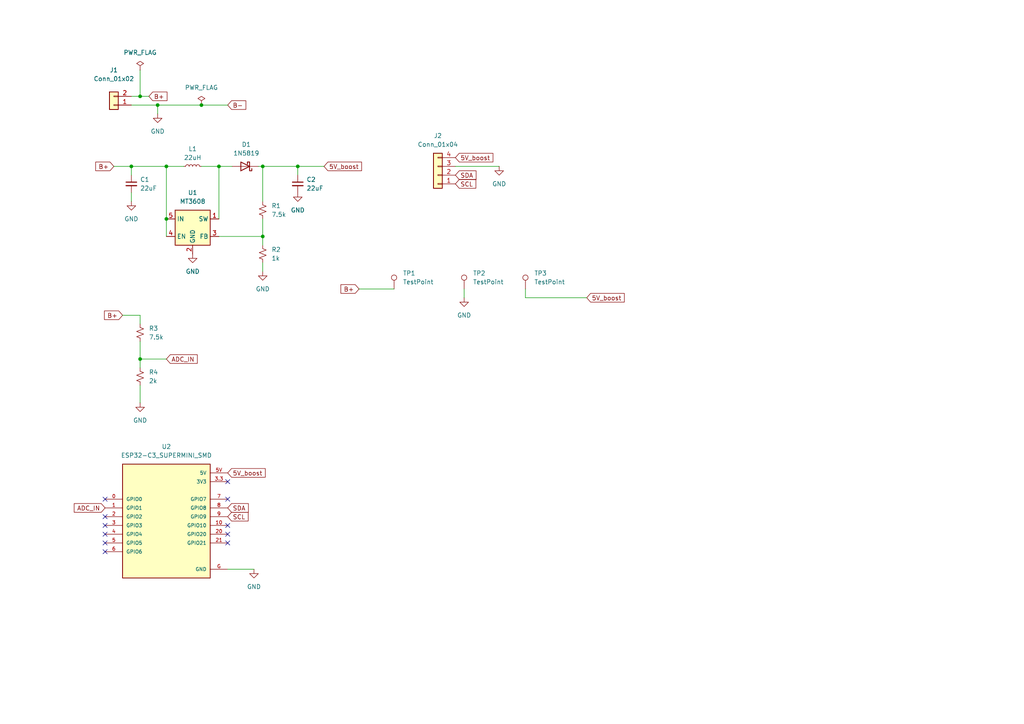
<source format=kicad_sch>
(kicad_sch
	(version 20250114)
	(generator "eeschema")
	(generator_version "9.0")
	(uuid "108a8852-550f-4128-afaa-a0c6193e0955")
	(paper "A4")
	(lib_symbols
		(symbol "Connector:TestPoint"
			(pin_numbers
				(hide yes)
			)
			(pin_names
				(offset 0.762)
				(hide yes)
			)
			(exclude_from_sim no)
			(in_bom yes)
			(on_board yes)
			(property "Reference" "TP"
				(at 0 6.858 0)
				(effects
					(font
						(size 1.27 1.27)
					)
				)
			)
			(property "Value" "TestPoint"
				(at 0 5.08 0)
				(effects
					(font
						(size 1.27 1.27)
					)
				)
			)
			(property "Footprint" ""
				(at 5.08 0 0)
				(effects
					(font
						(size 1.27 1.27)
					)
					(hide yes)
				)
			)
			(property "Datasheet" "~"
				(at 5.08 0 0)
				(effects
					(font
						(size 1.27 1.27)
					)
					(hide yes)
				)
			)
			(property "Description" "test point"
				(at 0 0 0)
				(effects
					(font
						(size 1.27 1.27)
					)
					(hide yes)
				)
			)
			(property "ki_keywords" "test point tp"
				(at 0 0 0)
				(effects
					(font
						(size 1.27 1.27)
					)
					(hide yes)
				)
			)
			(property "ki_fp_filters" "Pin* Test*"
				(at 0 0 0)
				(effects
					(font
						(size 1.27 1.27)
					)
					(hide yes)
				)
			)
			(symbol "TestPoint_0_1"
				(circle
					(center 0 3.302)
					(radius 0.762)
					(stroke
						(width 0)
						(type default)
					)
					(fill
						(type none)
					)
				)
			)
			(symbol "TestPoint_1_1"
				(pin passive line
					(at 0 0 90)
					(length 2.54)
					(name "1"
						(effects
							(font
								(size 1.27 1.27)
							)
						)
					)
					(number "1"
						(effects
							(font
								(size 1.27 1.27)
							)
						)
					)
				)
			)
			(embedded_fonts no)
		)
		(symbol "Connector_Generic:Conn_01x02"
			(pin_names
				(offset 1.016)
				(hide yes)
			)
			(exclude_from_sim no)
			(in_bom yes)
			(on_board yes)
			(property "Reference" "J"
				(at 0 2.54 0)
				(effects
					(font
						(size 1.27 1.27)
					)
				)
			)
			(property "Value" "Conn_01x02"
				(at 0 -5.08 0)
				(effects
					(font
						(size 1.27 1.27)
					)
				)
			)
			(property "Footprint" ""
				(at 0 0 0)
				(effects
					(font
						(size 1.27 1.27)
					)
					(hide yes)
				)
			)
			(property "Datasheet" "~"
				(at 0 0 0)
				(effects
					(font
						(size 1.27 1.27)
					)
					(hide yes)
				)
			)
			(property "Description" "Generic connector, single row, 01x02, script generated (kicad-library-utils/schlib/autogen/connector/)"
				(at 0 0 0)
				(effects
					(font
						(size 1.27 1.27)
					)
					(hide yes)
				)
			)
			(property "ki_keywords" "connector"
				(at 0 0 0)
				(effects
					(font
						(size 1.27 1.27)
					)
					(hide yes)
				)
			)
			(property "ki_fp_filters" "Connector*:*_1x??_*"
				(at 0 0 0)
				(effects
					(font
						(size 1.27 1.27)
					)
					(hide yes)
				)
			)
			(symbol "Conn_01x02_1_1"
				(rectangle
					(start -1.27 1.27)
					(end 1.27 -3.81)
					(stroke
						(width 0.254)
						(type default)
					)
					(fill
						(type background)
					)
				)
				(rectangle
					(start -1.27 0.127)
					(end 0 -0.127)
					(stroke
						(width 0.1524)
						(type default)
					)
					(fill
						(type none)
					)
				)
				(rectangle
					(start -1.27 -2.413)
					(end 0 -2.667)
					(stroke
						(width 0.1524)
						(type default)
					)
					(fill
						(type none)
					)
				)
				(pin passive line
					(at -5.08 0 0)
					(length 3.81)
					(name "Pin_1"
						(effects
							(font
								(size 1.27 1.27)
							)
						)
					)
					(number "1"
						(effects
							(font
								(size 1.27 1.27)
							)
						)
					)
				)
				(pin passive line
					(at -5.08 -2.54 0)
					(length 3.81)
					(name "Pin_2"
						(effects
							(font
								(size 1.27 1.27)
							)
						)
					)
					(number "2"
						(effects
							(font
								(size 1.27 1.27)
							)
						)
					)
				)
			)
			(embedded_fonts no)
		)
		(symbol "Connector_Generic:Conn_01x04"
			(pin_names
				(offset 1.016)
				(hide yes)
			)
			(exclude_from_sim no)
			(in_bom yes)
			(on_board yes)
			(property "Reference" "J"
				(at 0 5.08 0)
				(effects
					(font
						(size 1.27 1.27)
					)
				)
			)
			(property "Value" "Conn_01x04"
				(at 0 -7.62 0)
				(effects
					(font
						(size 1.27 1.27)
					)
				)
			)
			(property "Footprint" ""
				(at 0 0 0)
				(effects
					(font
						(size 1.27 1.27)
					)
					(hide yes)
				)
			)
			(property "Datasheet" "~"
				(at 0 0 0)
				(effects
					(font
						(size 1.27 1.27)
					)
					(hide yes)
				)
			)
			(property "Description" "Generic connector, single row, 01x04, script generated (kicad-library-utils/schlib/autogen/connector/)"
				(at 0 0 0)
				(effects
					(font
						(size 1.27 1.27)
					)
					(hide yes)
				)
			)
			(property "ki_keywords" "connector"
				(at 0 0 0)
				(effects
					(font
						(size 1.27 1.27)
					)
					(hide yes)
				)
			)
			(property "ki_fp_filters" "Connector*:*_1x??_*"
				(at 0 0 0)
				(effects
					(font
						(size 1.27 1.27)
					)
					(hide yes)
				)
			)
			(symbol "Conn_01x04_1_1"
				(rectangle
					(start -1.27 3.81)
					(end 1.27 -6.35)
					(stroke
						(width 0.254)
						(type default)
					)
					(fill
						(type background)
					)
				)
				(rectangle
					(start -1.27 2.667)
					(end 0 2.413)
					(stroke
						(width 0.1524)
						(type default)
					)
					(fill
						(type none)
					)
				)
				(rectangle
					(start -1.27 0.127)
					(end 0 -0.127)
					(stroke
						(width 0.1524)
						(type default)
					)
					(fill
						(type none)
					)
				)
				(rectangle
					(start -1.27 -2.413)
					(end 0 -2.667)
					(stroke
						(width 0.1524)
						(type default)
					)
					(fill
						(type none)
					)
				)
				(rectangle
					(start -1.27 -4.953)
					(end 0 -5.207)
					(stroke
						(width 0.1524)
						(type default)
					)
					(fill
						(type none)
					)
				)
				(pin passive line
					(at -5.08 2.54 0)
					(length 3.81)
					(name "Pin_1"
						(effects
							(font
								(size 1.27 1.27)
							)
						)
					)
					(number "1"
						(effects
							(font
								(size 1.27 1.27)
							)
						)
					)
				)
				(pin passive line
					(at -5.08 0 0)
					(length 3.81)
					(name "Pin_2"
						(effects
							(font
								(size 1.27 1.27)
							)
						)
					)
					(number "2"
						(effects
							(font
								(size 1.27 1.27)
							)
						)
					)
				)
				(pin passive line
					(at -5.08 -2.54 0)
					(length 3.81)
					(name "Pin_3"
						(effects
							(font
								(size 1.27 1.27)
							)
						)
					)
					(number "3"
						(effects
							(font
								(size 1.27 1.27)
							)
						)
					)
				)
				(pin passive line
					(at -5.08 -5.08 0)
					(length 3.81)
					(name "Pin_4"
						(effects
							(font
								(size 1.27 1.27)
							)
						)
					)
					(number "4"
						(effects
							(font
								(size 1.27 1.27)
							)
						)
					)
				)
			)
			(embedded_fonts no)
		)
		(symbol "Device:C_Small"
			(pin_numbers
				(hide yes)
			)
			(pin_names
				(offset 0.254)
				(hide yes)
			)
			(exclude_from_sim no)
			(in_bom yes)
			(on_board yes)
			(property "Reference" "C"
				(at 0.254 1.778 0)
				(effects
					(font
						(size 1.27 1.27)
					)
					(justify left)
				)
			)
			(property "Value" "C_Small"
				(at 0.254 -2.032 0)
				(effects
					(font
						(size 1.27 1.27)
					)
					(justify left)
				)
			)
			(property "Footprint" ""
				(at 0 0 0)
				(effects
					(font
						(size 1.27 1.27)
					)
					(hide yes)
				)
			)
			(property "Datasheet" "~"
				(at 0 0 0)
				(effects
					(font
						(size 1.27 1.27)
					)
					(hide yes)
				)
			)
			(property "Description" "Unpolarized capacitor, small symbol"
				(at 0 0 0)
				(effects
					(font
						(size 1.27 1.27)
					)
					(hide yes)
				)
			)
			(property "ki_keywords" "capacitor cap"
				(at 0 0 0)
				(effects
					(font
						(size 1.27 1.27)
					)
					(hide yes)
				)
			)
			(property "ki_fp_filters" "C_*"
				(at 0 0 0)
				(effects
					(font
						(size 1.27 1.27)
					)
					(hide yes)
				)
			)
			(symbol "C_Small_0_1"
				(polyline
					(pts
						(xy -1.524 0.508) (xy 1.524 0.508)
					)
					(stroke
						(width 0.3048)
						(type default)
					)
					(fill
						(type none)
					)
				)
				(polyline
					(pts
						(xy -1.524 -0.508) (xy 1.524 -0.508)
					)
					(stroke
						(width 0.3302)
						(type default)
					)
					(fill
						(type none)
					)
				)
			)
			(symbol "C_Small_1_1"
				(pin passive line
					(at 0 2.54 270)
					(length 2.032)
					(name "~"
						(effects
							(font
								(size 1.27 1.27)
							)
						)
					)
					(number "1"
						(effects
							(font
								(size 1.27 1.27)
							)
						)
					)
				)
				(pin passive line
					(at 0 -2.54 90)
					(length 2.032)
					(name "~"
						(effects
							(font
								(size 1.27 1.27)
							)
						)
					)
					(number "2"
						(effects
							(font
								(size 1.27 1.27)
							)
						)
					)
				)
			)
			(embedded_fonts no)
		)
		(symbol "Device:L_Small"
			(pin_numbers
				(hide yes)
			)
			(pin_names
				(offset 0.254)
				(hide yes)
			)
			(exclude_from_sim no)
			(in_bom yes)
			(on_board yes)
			(property "Reference" "L"
				(at 0.762 1.016 0)
				(effects
					(font
						(size 1.27 1.27)
					)
					(justify left)
				)
			)
			(property "Value" "L_Small"
				(at 0.762 -1.016 0)
				(effects
					(font
						(size 1.27 1.27)
					)
					(justify left)
				)
			)
			(property "Footprint" ""
				(at 0 0 0)
				(effects
					(font
						(size 1.27 1.27)
					)
					(hide yes)
				)
			)
			(property "Datasheet" "~"
				(at 0 0 0)
				(effects
					(font
						(size 1.27 1.27)
					)
					(hide yes)
				)
			)
			(property "Description" "Inductor, small symbol"
				(at 0 0 0)
				(effects
					(font
						(size 1.27 1.27)
					)
					(hide yes)
				)
			)
			(property "ki_keywords" "inductor choke coil reactor magnetic"
				(at 0 0 0)
				(effects
					(font
						(size 1.27 1.27)
					)
					(hide yes)
				)
			)
			(property "ki_fp_filters" "Choke_* *Coil* Inductor_* L_*"
				(at 0 0 0)
				(effects
					(font
						(size 1.27 1.27)
					)
					(hide yes)
				)
			)
			(symbol "L_Small_0_1"
				(arc
					(start 0 2.032)
					(mid 0.5058 1.524)
					(end 0 1.016)
					(stroke
						(width 0)
						(type default)
					)
					(fill
						(type none)
					)
				)
				(arc
					(start 0 1.016)
					(mid 0.5058 0.508)
					(end 0 0)
					(stroke
						(width 0)
						(type default)
					)
					(fill
						(type none)
					)
				)
				(arc
					(start 0 0)
					(mid 0.5058 -0.508)
					(end 0 -1.016)
					(stroke
						(width 0)
						(type default)
					)
					(fill
						(type none)
					)
				)
				(arc
					(start 0 -1.016)
					(mid 0.5058 -1.524)
					(end 0 -2.032)
					(stroke
						(width 0)
						(type default)
					)
					(fill
						(type none)
					)
				)
			)
			(symbol "L_Small_1_1"
				(pin passive line
					(at 0 2.54 270)
					(length 0.508)
					(name "~"
						(effects
							(font
								(size 1.27 1.27)
							)
						)
					)
					(number "1"
						(effects
							(font
								(size 1.27 1.27)
							)
						)
					)
				)
				(pin passive line
					(at 0 -2.54 90)
					(length 0.508)
					(name "~"
						(effects
							(font
								(size 1.27 1.27)
							)
						)
					)
					(number "2"
						(effects
							(font
								(size 1.27 1.27)
							)
						)
					)
				)
			)
			(embedded_fonts no)
		)
		(symbol "Device:R_Small_US"
			(pin_numbers
				(hide yes)
			)
			(pin_names
				(offset 0.254)
				(hide yes)
			)
			(exclude_from_sim no)
			(in_bom yes)
			(on_board yes)
			(property "Reference" "R"
				(at 0.762 0.508 0)
				(effects
					(font
						(size 1.27 1.27)
					)
					(justify left)
				)
			)
			(property "Value" "R_Small_US"
				(at 0.762 -1.016 0)
				(effects
					(font
						(size 1.27 1.27)
					)
					(justify left)
				)
			)
			(property "Footprint" ""
				(at 0 0 0)
				(effects
					(font
						(size 1.27 1.27)
					)
					(hide yes)
				)
			)
			(property "Datasheet" "~"
				(at 0 0 0)
				(effects
					(font
						(size 1.27 1.27)
					)
					(hide yes)
				)
			)
			(property "Description" "Resistor, small US symbol"
				(at 0 0 0)
				(effects
					(font
						(size 1.27 1.27)
					)
					(hide yes)
				)
			)
			(property "ki_keywords" "r resistor"
				(at 0 0 0)
				(effects
					(font
						(size 1.27 1.27)
					)
					(hide yes)
				)
			)
			(property "ki_fp_filters" "R_*"
				(at 0 0 0)
				(effects
					(font
						(size 1.27 1.27)
					)
					(hide yes)
				)
			)
			(symbol "R_Small_US_1_1"
				(polyline
					(pts
						(xy 0 1.524) (xy 1.016 1.143) (xy 0 0.762) (xy -1.016 0.381) (xy 0 0)
					)
					(stroke
						(width 0)
						(type default)
					)
					(fill
						(type none)
					)
				)
				(polyline
					(pts
						(xy 0 0) (xy 1.016 -0.381) (xy 0 -0.762) (xy -1.016 -1.143) (xy 0 -1.524)
					)
					(stroke
						(width 0)
						(type default)
					)
					(fill
						(type none)
					)
				)
				(pin passive line
					(at 0 2.54 270)
					(length 1.016)
					(name "~"
						(effects
							(font
								(size 1.27 1.27)
							)
						)
					)
					(number "1"
						(effects
							(font
								(size 1.27 1.27)
							)
						)
					)
				)
				(pin passive line
					(at 0 -2.54 90)
					(length 1.016)
					(name "~"
						(effects
							(font
								(size 1.27 1.27)
							)
						)
					)
					(number "2"
						(effects
							(font
								(size 1.27 1.27)
							)
						)
					)
				)
			)
			(embedded_fonts no)
		)
		(symbol "Diode:1N5819"
			(pin_numbers
				(hide yes)
			)
			(pin_names
				(offset 1.016)
				(hide yes)
			)
			(exclude_from_sim no)
			(in_bom yes)
			(on_board yes)
			(property "Reference" "D"
				(at 0 2.54 0)
				(effects
					(font
						(size 1.27 1.27)
					)
				)
			)
			(property "Value" "1N5819"
				(at 0 -2.54 0)
				(effects
					(font
						(size 1.27 1.27)
					)
				)
			)
			(property "Footprint" "Diode_THT:D_DO-41_SOD81_P10.16mm_Horizontal"
				(at 0 -4.445 0)
				(effects
					(font
						(size 1.27 1.27)
					)
					(hide yes)
				)
			)
			(property "Datasheet" "http://www.vishay.com/docs/88525/1n5817.pdf"
				(at 0 0 0)
				(effects
					(font
						(size 1.27 1.27)
					)
					(hide yes)
				)
			)
			(property "Description" "40V 1A Schottky Barrier Rectifier Diode, DO-41"
				(at 0 0 0)
				(effects
					(font
						(size 1.27 1.27)
					)
					(hide yes)
				)
			)
			(property "ki_keywords" "diode Schottky"
				(at 0 0 0)
				(effects
					(font
						(size 1.27 1.27)
					)
					(hide yes)
				)
			)
			(property "ki_fp_filters" "D*DO?41*"
				(at 0 0 0)
				(effects
					(font
						(size 1.27 1.27)
					)
					(hide yes)
				)
			)
			(symbol "1N5819_0_1"
				(polyline
					(pts
						(xy -1.905 0.635) (xy -1.905 1.27) (xy -1.27 1.27) (xy -1.27 -1.27) (xy -0.635 -1.27) (xy -0.635 -0.635)
					)
					(stroke
						(width 0.254)
						(type default)
					)
					(fill
						(type none)
					)
				)
				(polyline
					(pts
						(xy 1.27 1.27) (xy 1.27 -1.27) (xy -1.27 0) (xy 1.27 1.27)
					)
					(stroke
						(width 0.254)
						(type default)
					)
					(fill
						(type none)
					)
				)
				(polyline
					(pts
						(xy 1.27 0) (xy -1.27 0)
					)
					(stroke
						(width 0)
						(type default)
					)
					(fill
						(type none)
					)
				)
			)
			(symbol "1N5819_1_1"
				(pin passive line
					(at -3.81 0 0)
					(length 2.54)
					(name "K"
						(effects
							(font
								(size 1.27 1.27)
							)
						)
					)
					(number "1"
						(effects
							(font
								(size 1.27 1.27)
							)
						)
					)
				)
				(pin passive line
					(at 3.81 0 180)
					(length 2.54)
					(name "A"
						(effects
							(font
								(size 1.27 1.27)
							)
						)
					)
					(number "2"
						(effects
							(font
								(size 1.27 1.27)
							)
						)
					)
				)
			)
			(embedded_fonts no)
		)
		(symbol "Regulator_Switching:MT3608"
			(exclude_from_sim no)
			(in_bom yes)
			(on_board yes)
			(property "Reference" "U"
				(at -2.54 8.89 0)
				(effects
					(font
						(size 1.27 1.27)
					)
					(justify left)
				)
			)
			(property "Value" "MT3608"
				(at -3.81 6.35 0)
				(effects
					(font
						(size 1.27 1.27)
					)
					(justify left)
				)
			)
			(property "Footprint" "Package_TO_SOT_SMD:SOT-23-6"
				(at 1.27 -6.35 0)
				(effects
					(font
						(size 1.27 1.27)
						(italic yes)
					)
					(justify left)
					(hide yes)
				)
			)
			(property "Datasheet" "https://www.olimex.com/Products/Breadboarding/BB-PWR-3608/resources/MT3608.pdf"
				(at -6.35 11.43 0)
				(effects
					(font
						(size 1.27 1.27)
					)
					(hide yes)
				)
			)
			(property "Description" "High Efficiency 1.2MHz 2A Step Up Converter, 2-24V Vin, 28V Vout, 4A current limit, 1.2MHz, SOT23-6"
				(at 0 0 0)
				(effects
					(font
						(size 1.27 1.27)
					)
					(hide yes)
				)
			)
			(property "ki_keywords" "Step-Up Boost DC-DC Regulator Adjustable"
				(at 0 0 0)
				(effects
					(font
						(size 1.27 1.27)
					)
					(hide yes)
				)
			)
			(property "ki_fp_filters" "SOT*23*"
				(at 0 0 0)
				(effects
					(font
						(size 1.27 1.27)
					)
					(hide yes)
				)
			)
			(symbol "MT3608_0_1"
				(rectangle
					(start -5.08 5.08)
					(end 5.08 -5.08)
					(stroke
						(width 0.254)
						(type default)
					)
					(fill
						(type background)
					)
				)
			)
			(symbol "MT3608_1_1"
				(pin power_in line
					(at -7.62 2.54 0)
					(length 2.54)
					(name "IN"
						(effects
							(font
								(size 1.27 1.27)
							)
						)
					)
					(number "5"
						(effects
							(font
								(size 1.27 1.27)
							)
						)
					)
				)
				(pin input line
					(at -7.62 -2.54 0)
					(length 2.54)
					(name "EN"
						(effects
							(font
								(size 1.27 1.27)
							)
						)
					)
					(number "4"
						(effects
							(font
								(size 1.27 1.27)
							)
						)
					)
				)
				(pin power_in line
					(at 0 -7.62 90)
					(length 2.54)
					(name "GND"
						(effects
							(font
								(size 1.27 1.27)
							)
						)
					)
					(number "2"
						(effects
							(font
								(size 1.27 1.27)
							)
						)
					)
				)
				(pin no_connect line
					(at 5.08 0 180)
					(length 2.54)
					(hide yes)
					(name "NC"
						(effects
							(font
								(size 1.27 1.27)
							)
						)
					)
					(number "6"
						(effects
							(font
								(size 1.27 1.27)
							)
						)
					)
				)
				(pin passive line
					(at 7.62 2.54 180)
					(length 2.54)
					(name "SW"
						(effects
							(font
								(size 1.27 1.27)
							)
						)
					)
					(number "1"
						(effects
							(font
								(size 1.27 1.27)
							)
						)
					)
				)
				(pin input line
					(at 7.62 -2.54 180)
					(length 2.54)
					(name "FB"
						(effects
							(font
								(size 1.27 1.27)
							)
						)
					)
					(number "3"
						(effects
							(font
								(size 1.27 1.27)
							)
						)
					)
				)
			)
			(embedded_fonts no)
		)
		(symbol "esp32-mini:ESP32-C3_SUPERMINI_SMD"
			(pin_names
				(offset 1.016)
			)
			(exclude_from_sim no)
			(in_bom yes)
			(on_board yes)
			(property "Reference" "U"
				(at -12.7 16.002 0)
				(effects
					(font
						(size 1.27 1.27)
					)
					(justify left bottom)
				)
			)
			(property "Value" "ESP32-C3_SUPERMINI_SMD"
				(at -12.7 -20.32 0)
				(effects
					(font
						(size 1.27 1.27)
					)
					(justify left bottom)
				)
			)
			(property "Footprint" "ESP32-C3_SUPERMINI_SMD:MODULE_ESP32-C3_SUPERMINI"
				(at 0 0 0)
				(effects
					(font
						(size 1.27 1.27)
					)
					(justify bottom)
					(hide yes)
				)
			)
			(property "Datasheet" ""
				(at 0 0 0)
				(effects
					(font
						(size 1.27 1.27)
					)
					(hide yes)
				)
			)
			(property "Description" ""
				(at 0 0 0)
				(effects
					(font
						(size 1.27 1.27)
					)
					(hide yes)
				)
			)
			(property "MF" "Espressif Systems"
				(at 0 0 0)
				(effects
					(font
						(size 1.27 1.27)
					)
					(justify bottom)
					(hide yes)
				)
			)
			(property "MAXIMUM_PACKAGE_HEIGHT" "4.2mm"
				(at 0 0 0)
				(effects
					(font
						(size 1.27 1.27)
					)
					(justify bottom)
					(hide yes)
				)
			)
			(property "Package" "None"
				(at 0 0 0)
				(effects
					(font
						(size 1.27 1.27)
					)
					(justify bottom)
					(hide yes)
				)
			)
			(property "Price" "None"
				(at 0 0 0)
				(effects
					(font
						(size 1.27 1.27)
					)
					(justify bottom)
					(hide yes)
				)
			)
			(property "Check_prices" "https://www.snapeda.com/parts/ESP32-C3%20SuperMini_SMD/Espressif+Systems/view-part/?ref=eda"
				(at 0 0 0)
				(effects
					(font
						(size 1.27 1.27)
					)
					(justify bottom)
					(hide yes)
				)
			)
			(property "STANDARD" "Manufacturer Recommendations"
				(at 0 0 0)
				(effects
					(font
						(size 1.27 1.27)
					)
					(justify bottom)
					(hide yes)
				)
			)
			(property "PARTREV" ""
				(at 0 0 0)
				(effects
					(font
						(size 1.27 1.27)
					)
					(justify bottom)
					(hide yes)
				)
			)
			(property "SnapEDA_Link" "https://www.snapeda.com/parts/ESP32-C3%20SuperMini_SMD/Espressif+Systems/view-part/?ref=snap"
				(at 0 0 0)
				(effects
					(font
						(size 1.27 1.27)
					)
					(justify bottom)
					(hide yes)
				)
			)
			(property "MP" "ESP32-C3 SuperMini_SMD"
				(at 0 0 0)
				(effects
					(font
						(size 1.27 1.27)
					)
					(justify bottom)
					(hide yes)
				)
			)
			(property "Description_1" "Super tiny ESP32-C3 board"
				(at 0 0 0)
				(effects
					(font
						(size 1.27 1.27)
					)
					(justify bottom)
					(hide yes)
				)
			)
			(property "Availability" "Not in stock"
				(at 0 0 0)
				(effects
					(font
						(size 1.27 1.27)
					)
					(justify bottom)
					(hide yes)
				)
			)
			(property "MANUFACTURER" "Espressif"
				(at 0 0 0)
				(effects
					(font
						(size 1.27 1.27)
					)
					(justify bottom)
					(hide yes)
				)
			)
			(symbol "ESP32-C3_SUPERMINI_SMD_0_0"
				(rectangle
					(start -12.7 -17.78)
					(end 12.7 15.24)
					(stroke
						(width 0.254)
						(type default)
					)
					(fill
						(type background)
					)
				)
				(pin bidirectional line
					(at -17.78 5.08 0)
					(length 5.08)
					(name "GPIO0"
						(effects
							(font
								(size 1.016 1.016)
							)
						)
					)
					(number "0"
						(effects
							(font
								(size 1.016 1.016)
							)
						)
					)
				)
				(pin bidirectional line
					(at -17.78 2.54 0)
					(length 5.08)
					(name "GPIO1"
						(effects
							(font
								(size 1.016 1.016)
							)
						)
					)
					(number "1"
						(effects
							(font
								(size 1.016 1.016)
							)
						)
					)
				)
				(pin bidirectional line
					(at -17.78 0 0)
					(length 5.08)
					(name "GPIO2"
						(effects
							(font
								(size 1.016 1.016)
							)
						)
					)
					(number "2"
						(effects
							(font
								(size 1.016 1.016)
							)
						)
					)
				)
				(pin bidirectional line
					(at -17.78 -2.54 0)
					(length 5.08)
					(name "GPIO3"
						(effects
							(font
								(size 1.016 1.016)
							)
						)
					)
					(number "3"
						(effects
							(font
								(size 1.016 1.016)
							)
						)
					)
				)
				(pin bidirectional line
					(at -17.78 -5.08 0)
					(length 5.08)
					(name "GPIO4"
						(effects
							(font
								(size 1.016 1.016)
							)
						)
					)
					(number "4"
						(effects
							(font
								(size 1.016 1.016)
							)
						)
					)
				)
				(pin bidirectional line
					(at -17.78 -7.62 0)
					(length 5.08)
					(name "GPIO5"
						(effects
							(font
								(size 1.016 1.016)
							)
						)
					)
					(number "5"
						(effects
							(font
								(size 1.016 1.016)
							)
						)
					)
				)
				(pin bidirectional line
					(at -17.78 -10.16 0)
					(length 5.08)
					(name "GPIO6"
						(effects
							(font
								(size 1.016 1.016)
							)
						)
					)
					(number "6"
						(effects
							(font
								(size 1.016 1.016)
							)
						)
					)
				)
				(pin power_in line
					(at 17.78 12.7 180)
					(length 5.08)
					(name "5V"
						(effects
							(font
								(size 1.016 1.016)
							)
						)
					)
					(number "5V"
						(effects
							(font
								(size 1.016 1.016)
							)
						)
					)
				)
				(pin power_in line
					(at 17.78 10.16 180)
					(length 5.08)
					(name "3V3"
						(effects
							(font
								(size 1.016 1.016)
							)
						)
					)
					(number "3.3"
						(effects
							(font
								(size 1.016 1.016)
							)
						)
					)
				)
				(pin bidirectional line
					(at 17.78 5.08 180)
					(length 5.08)
					(name "GPIO7"
						(effects
							(font
								(size 1.016 1.016)
							)
						)
					)
					(number "7"
						(effects
							(font
								(size 1.016 1.016)
							)
						)
					)
				)
				(pin bidirectional line
					(at 17.78 2.54 180)
					(length 5.08)
					(name "GPIO8"
						(effects
							(font
								(size 1.016 1.016)
							)
						)
					)
					(number "8"
						(effects
							(font
								(size 1.016 1.016)
							)
						)
					)
				)
				(pin bidirectional line
					(at 17.78 0 180)
					(length 5.08)
					(name "GPIO9"
						(effects
							(font
								(size 1.016 1.016)
							)
						)
					)
					(number "9"
						(effects
							(font
								(size 1.016 1.016)
							)
						)
					)
				)
				(pin bidirectional line
					(at 17.78 -2.54 180)
					(length 5.08)
					(name "GPIO10"
						(effects
							(font
								(size 1.016 1.016)
							)
						)
					)
					(number "10"
						(effects
							(font
								(size 1.016 1.016)
							)
						)
					)
				)
				(pin bidirectional line
					(at 17.78 -5.08 180)
					(length 5.08)
					(name "GPIO20"
						(effects
							(font
								(size 1.016 1.016)
							)
						)
					)
					(number "20"
						(effects
							(font
								(size 1.016 1.016)
							)
						)
					)
				)
				(pin bidirectional line
					(at 17.78 -7.62 180)
					(length 5.08)
					(name "GPIO21"
						(effects
							(font
								(size 1.016 1.016)
							)
						)
					)
					(number "21"
						(effects
							(font
								(size 1.016 1.016)
							)
						)
					)
				)
				(pin power_in line
					(at 17.78 -15.24 180)
					(length 5.08)
					(name "GND"
						(effects
							(font
								(size 1.016 1.016)
							)
						)
					)
					(number "G"
						(effects
							(font
								(size 1.016 1.016)
							)
						)
					)
				)
			)
			(embedded_fonts no)
		)
		(symbol "power:GND"
			(power)
			(pin_numbers
				(hide yes)
			)
			(pin_names
				(offset 0)
				(hide yes)
			)
			(exclude_from_sim no)
			(in_bom yes)
			(on_board yes)
			(property "Reference" "#PWR"
				(at 0 -6.35 0)
				(effects
					(font
						(size 1.27 1.27)
					)
					(hide yes)
				)
			)
			(property "Value" "GND"
				(at 0 -3.81 0)
				(effects
					(font
						(size 1.27 1.27)
					)
				)
			)
			(property "Footprint" ""
				(at 0 0 0)
				(effects
					(font
						(size 1.27 1.27)
					)
					(hide yes)
				)
			)
			(property "Datasheet" ""
				(at 0 0 0)
				(effects
					(font
						(size 1.27 1.27)
					)
					(hide yes)
				)
			)
			(property "Description" "Power symbol creates a global label with name \"GND\" , ground"
				(at 0 0 0)
				(effects
					(font
						(size 1.27 1.27)
					)
					(hide yes)
				)
			)
			(property "ki_keywords" "global power"
				(at 0 0 0)
				(effects
					(font
						(size 1.27 1.27)
					)
					(hide yes)
				)
			)
			(symbol "GND_0_1"
				(polyline
					(pts
						(xy 0 0) (xy 0 -1.27) (xy 1.27 -1.27) (xy 0 -2.54) (xy -1.27 -1.27) (xy 0 -1.27)
					)
					(stroke
						(width 0)
						(type default)
					)
					(fill
						(type none)
					)
				)
			)
			(symbol "GND_1_1"
				(pin power_in line
					(at 0 0 270)
					(length 0)
					(name "~"
						(effects
							(font
								(size 1.27 1.27)
							)
						)
					)
					(number "1"
						(effects
							(font
								(size 1.27 1.27)
							)
						)
					)
				)
			)
			(embedded_fonts no)
		)
		(symbol "power:PWR_FLAG"
			(power)
			(pin_numbers
				(hide yes)
			)
			(pin_names
				(offset 0)
				(hide yes)
			)
			(exclude_from_sim no)
			(in_bom yes)
			(on_board yes)
			(property "Reference" "#FLG"
				(at 0 1.905 0)
				(effects
					(font
						(size 1.27 1.27)
					)
					(hide yes)
				)
			)
			(property "Value" "PWR_FLAG"
				(at 0 3.81 0)
				(effects
					(font
						(size 1.27 1.27)
					)
				)
			)
			(property "Footprint" ""
				(at 0 0 0)
				(effects
					(font
						(size 1.27 1.27)
					)
					(hide yes)
				)
			)
			(property "Datasheet" "~"
				(at 0 0 0)
				(effects
					(font
						(size 1.27 1.27)
					)
					(hide yes)
				)
			)
			(property "Description" "Special symbol for telling ERC where power comes from"
				(at 0 0 0)
				(effects
					(font
						(size 1.27 1.27)
					)
					(hide yes)
				)
			)
			(property "ki_keywords" "flag power"
				(at 0 0 0)
				(effects
					(font
						(size 1.27 1.27)
					)
					(hide yes)
				)
			)
			(symbol "PWR_FLAG_0_0"
				(pin power_out line
					(at 0 0 90)
					(length 0)
					(name "~"
						(effects
							(font
								(size 1.27 1.27)
							)
						)
					)
					(number "1"
						(effects
							(font
								(size 1.27 1.27)
							)
						)
					)
				)
			)
			(symbol "PWR_FLAG_0_1"
				(polyline
					(pts
						(xy 0 0) (xy 0 1.27) (xy -1.016 1.905) (xy 0 2.54) (xy 1.016 1.905) (xy 0 1.27)
					)
					(stroke
						(width 0)
						(type default)
					)
					(fill
						(type none)
					)
				)
			)
			(embedded_fonts no)
		)
	)
	(junction
		(at 58.42 30.48)
		(diameter 0)
		(color 0 0 0 0)
		(uuid "032c8ac3-1ace-44ae-a9e6-f26462239aae")
	)
	(junction
		(at 40.64 104.14)
		(diameter 0)
		(color 0 0 0 0)
		(uuid "0ff7dc7b-37a3-4f0b-8c38-6c8cad99218a")
	)
	(junction
		(at 63.5 48.26)
		(diameter 0)
		(color 0 0 0 0)
		(uuid "4979b089-24ee-4b28-b99a-8d63564d6ecc")
	)
	(junction
		(at 76.2 68.58)
		(diameter 0)
		(color 0 0 0 0)
		(uuid "58888594-47c3-4cba-aadf-71939ae85310")
	)
	(junction
		(at 48.26 48.26)
		(diameter 0)
		(color 0 0 0 0)
		(uuid "7d9cd58e-f5a6-4adc-9ae8-b0834a0d7634")
	)
	(junction
		(at 48.26 63.5)
		(diameter 0)
		(color 0 0 0 0)
		(uuid "8b993493-b171-4cc7-9d07-b31b258d6e03")
	)
	(junction
		(at 40.64 27.94)
		(diameter 0)
		(color 0 0 0 0)
		(uuid "903e9fbd-641a-4a85-8e62-fce496cc91bb")
	)
	(junction
		(at 45.72 30.48)
		(diameter 0)
		(color 0 0 0 0)
		(uuid "a5489f8b-a754-446d-812a-614c6898c29d")
	)
	(junction
		(at 76.2 48.26)
		(diameter 0)
		(color 0 0 0 0)
		(uuid "e7b138cc-afaa-4ffa-a2d6-1e8d988917f0")
	)
	(junction
		(at 86.36 48.26)
		(diameter 0)
		(color 0 0 0 0)
		(uuid "e8ef0d3d-b68b-48fd-8acd-8634d7282dd3")
	)
	(junction
		(at 38.1 48.26)
		(diameter 0)
		(color 0 0 0 0)
		(uuid "f84625bf-2bf9-4ef4-b834-d13ce3ec521e")
	)
	(no_connect
		(at 30.48 152.4)
		(uuid "351f8cd0-7eb1-4ded-a961-bcede7a4fda3")
	)
	(no_connect
		(at 30.48 160.02)
		(uuid "364a5b4d-2d88-4bf6-9c64-b0f69d557100")
	)
	(no_connect
		(at 30.48 149.86)
		(uuid "42bee4e7-8819-4bc1-97fd-081dabb445d5")
	)
	(no_connect
		(at 66.04 157.48)
		(uuid "490aef3d-712e-4d9b-956b-5601e20bf6ec")
	)
	(no_connect
		(at 66.04 144.78)
		(uuid "61bacf43-941a-4c6b-8db9-3c02aac9c629")
	)
	(no_connect
		(at 30.48 157.48)
		(uuid "a005c17d-abf6-4671-a317-43620dd63b44")
	)
	(no_connect
		(at 66.04 154.94)
		(uuid "dd64bcd6-93e1-4e5b-9b29-c45a4ff9af8c")
	)
	(no_connect
		(at 30.48 144.78)
		(uuid "e1556c13-de63-4e62-9cdf-0c78c705ef01")
	)
	(no_connect
		(at 30.48 154.94)
		(uuid "ec26f81b-752a-4319-8aba-e9e0c3965cf7")
	)
	(no_connect
		(at 66.04 139.7)
		(uuid "ee2f9351-90ef-433d-84f8-63c24c58fd39")
	)
	(no_connect
		(at 66.04 152.4)
		(uuid "feb0345b-8cdd-4176-a3a9-3fd4b79eec5f")
	)
	(wire
		(pts
			(xy 67.31 48.26) (xy 63.5 48.26)
		)
		(stroke
			(width 0)
			(type default)
		)
		(uuid "07747b6f-5adf-4225-9c53-260aca6e8bbb")
	)
	(wire
		(pts
			(xy 48.26 104.14) (xy 40.64 104.14)
		)
		(stroke
			(width 0)
			(type default)
		)
		(uuid "1403e24c-a205-4d43-82ab-0b6c9b1daec3")
	)
	(wire
		(pts
			(xy 48.26 48.26) (xy 48.26 63.5)
		)
		(stroke
			(width 0)
			(type default)
		)
		(uuid "15583514-ab0d-434b-afb1-04b8ed73c346")
	)
	(wire
		(pts
			(xy 40.64 93.98) (xy 40.64 91.44)
		)
		(stroke
			(width 0)
			(type default)
		)
		(uuid "1662fa17-2dd7-4ec4-8d25-00aa5ef7ff19")
	)
	(wire
		(pts
			(xy 40.64 106.68) (xy 40.64 104.14)
		)
		(stroke
			(width 0)
			(type default)
		)
		(uuid "1c74ca8b-967f-4a5b-ba3d-fa2fd630b4fe")
	)
	(wire
		(pts
			(xy 63.5 68.58) (xy 76.2 68.58)
		)
		(stroke
			(width 0)
			(type default)
		)
		(uuid "2fd522a5-a7df-40f6-b570-ccd31f3feeb6")
	)
	(wire
		(pts
			(xy 40.64 104.14) (xy 40.64 99.06)
		)
		(stroke
			(width 0)
			(type default)
		)
		(uuid "36055018-82a8-45e3-b3fa-3845465444f5")
	)
	(wire
		(pts
			(xy 63.5 48.26) (xy 58.42 48.26)
		)
		(stroke
			(width 0)
			(type default)
		)
		(uuid "3dbb3023-f1d0-4335-8825-f2aba7e52715")
	)
	(wire
		(pts
			(xy 73.66 165.1) (xy 66.04 165.1)
		)
		(stroke
			(width 0)
			(type default)
		)
		(uuid "3ecc203f-313d-45cc-9042-97bf4ebf582d")
	)
	(wire
		(pts
			(xy 48.26 63.5) (xy 48.26 68.58)
		)
		(stroke
			(width 0)
			(type default)
		)
		(uuid "450a180a-5e0a-467e-94bb-f284f5eb5f4d")
	)
	(wire
		(pts
			(xy 40.64 116.84) (xy 40.64 111.76)
		)
		(stroke
			(width 0)
			(type default)
		)
		(uuid "4cdbcf11-0a7d-4fb7-b469-aa7cfeb407c2")
	)
	(wire
		(pts
			(xy 63.5 48.26) (xy 63.5 63.5)
		)
		(stroke
			(width 0)
			(type default)
		)
		(uuid "54f0fe0b-9f3f-48e9-b093-92aec892020d")
	)
	(wire
		(pts
			(xy 38.1 48.26) (xy 48.26 48.26)
		)
		(stroke
			(width 0)
			(type default)
		)
		(uuid "571526d8-6a81-4a7f-a841-05c17acc7e31")
	)
	(wire
		(pts
			(xy 45.72 30.48) (xy 38.1 30.48)
		)
		(stroke
			(width 0)
			(type default)
		)
		(uuid "59e0afd4-2d02-4972-bb6a-b20a65ebfdb6")
	)
	(wire
		(pts
			(xy 76.2 48.26) (xy 86.36 48.26)
		)
		(stroke
			(width 0)
			(type default)
		)
		(uuid "6035f0fa-e0ed-4b83-9111-92a04e89f6aa")
	)
	(wire
		(pts
			(xy 170.18 86.36) (xy 152.4 86.36)
		)
		(stroke
			(width 0)
			(type default)
		)
		(uuid "610f1851-7627-4629-bf50-dbf2588f1438")
	)
	(wire
		(pts
			(xy 76.2 48.26) (xy 74.93 48.26)
		)
		(stroke
			(width 0)
			(type default)
		)
		(uuid "63f39a16-53ff-45b7-ad7e-37aa35c08eb3")
	)
	(wire
		(pts
			(xy 86.36 50.8) (xy 86.36 48.26)
		)
		(stroke
			(width 0)
			(type default)
		)
		(uuid "6d377536-fd18-4723-a940-39cce4f42beb")
	)
	(wire
		(pts
			(xy 53.34 48.26) (xy 48.26 48.26)
		)
		(stroke
			(width 0)
			(type default)
		)
		(uuid "758b0e68-2cd6-44ab-a94b-5702ecf8ddf7")
	)
	(wire
		(pts
			(xy 40.64 27.94) (xy 43.18 27.94)
		)
		(stroke
			(width 0)
			(type default)
		)
		(uuid "7aa55250-1e42-4d21-9270-04642cf3b61c")
	)
	(wire
		(pts
			(xy 38.1 50.8) (xy 38.1 48.26)
		)
		(stroke
			(width 0)
			(type default)
		)
		(uuid "7e0a4018-61f8-40c3-9ca7-d22ff3a46d2f")
	)
	(wire
		(pts
			(xy 58.42 30.48) (xy 66.04 30.48)
		)
		(stroke
			(width 0)
			(type default)
		)
		(uuid "8eb31a41-5d07-4611-bc1c-9ce4e586f088")
	)
	(wire
		(pts
			(xy 76.2 48.26) (xy 76.2 58.42)
		)
		(stroke
			(width 0)
			(type default)
		)
		(uuid "9a4ac65b-662d-4b2a-9b16-c3431cb51fb1")
	)
	(wire
		(pts
			(xy 93.98 48.26) (xy 86.36 48.26)
		)
		(stroke
			(width 0)
			(type default)
		)
		(uuid "9c7b62f5-fa90-4dcf-935e-6a187a6414a3")
	)
	(wire
		(pts
			(xy 76.2 78.74) (xy 76.2 76.2)
		)
		(stroke
			(width 0)
			(type default)
		)
		(uuid "ac92f818-e858-47f8-ac87-a531de55c915")
	)
	(wire
		(pts
			(xy 76.2 63.5) (xy 76.2 68.58)
		)
		(stroke
			(width 0)
			(type default)
		)
		(uuid "b120ed1b-29ac-4816-80a2-ffb7a1ac14bd")
	)
	(wire
		(pts
			(xy 38.1 27.94) (xy 40.64 27.94)
		)
		(stroke
			(width 0)
			(type default)
		)
		(uuid "b217cdb1-9564-4a2a-b3bf-dcea4905b511")
	)
	(wire
		(pts
			(xy 144.78 48.26) (xy 132.08 48.26)
		)
		(stroke
			(width 0)
			(type default)
		)
		(uuid "b676be99-a991-42c8-baca-f2d389ac239c")
	)
	(wire
		(pts
			(xy 38.1 58.42) (xy 38.1 55.88)
		)
		(stroke
			(width 0)
			(type default)
		)
		(uuid "b7037822-98ca-4d8e-b783-3cab625846d0")
	)
	(wire
		(pts
			(xy 104.14 83.82) (xy 114.3 83.82)
		)
		(stroke
			(width 0)
			(type default)
		)
		(uuid "c2be5b32-2c42-4e7d-a1a5-98a1cb1bf59a")
	)
	(wire
		(pts
			(xy 40.64 91.44) (xy 35.56 91.44)
		)
		(stroke
			(width 0)
			(type default)
		)
		(uuid "c3612413-87fa-4c7e-8554-e3d48c87f2e9")
	)
	(wire
		(pts
			(xy 45.72 30.48) (xy 58.42 30.48)
		)
		(stroke
			(width 0)
			(type default)
		)
		(uuid "c5f02e34-2de5-4c70-ad87-1ed600cf4302")
	)
	(wire
		(pts
			(xy 152.4 86.36) (xy 152.4 83.82)
		)
		(stroke
			(width 0)
			(type default)
		)
		(uuid "c7d5d805-959d-4ed6-84f4-3f6dfaccdd6d")
	)
	(wire
		(pts
			(xy 33.02 48.26) (xy 38.1 48.26)
		)
		(stroke
			(width 0)
			(type default)
		)
		(uuid "c8ad434c-1b97-4bad-aeca-d37cc98c43db")
	)
	(wire
		(pts
			(xy 40.64 20.32) (xy 40.64 27.94)
		)
		(stroke
			(width 0)
			(type default)
		)
		(uuid "cca4df68-4d1c-42cf-a92f-87c5c6197b88")
	)
	(wire
		(pts
			(xy 76.2 71.12) (xy 76.2 68.58)
		)
		(stroke
			(width 0)
			(type default)
		)
		(uuid "d7b7d0d7-ec00-43cc-9fbe-b3241e0fea8c")
	)
	(wire
		(pts
			(xy 134.62 86.36) (xy 134.62 83.82)
		)
		(stroke
			(width 0)
			(type default)
		)
		(uuid "e61cd2c1-1822-4ee7-9f30-8ff9fe65cfa0")
	)
	(wire
		(pts
			(xy 45.72 33.02) (xy 45.72 30.48)
		)
		(stroke
			(width 0)
			(type default)
		)
		(uuid "fa0d5933-a866-4a50-ae2f-56474ed85b12")
	)
	(global_label "5V_boost"
		(shape input)
		(at 66.04 137.16 0)
		(fields_autoplaced yes)
		(effects
			(font
				(size 1.27 1.27)
			)
			(justify left)
		)
		(uuid "095878f8-4d27-4e9d-963a-0cbac0a8255e")
		(property "Intersheetrefs" "${INTERSHEET_REFS}"
			(at 77.4917 137.16 0)
			(effects
				(font
					(size 1.27 1.27)
				)
				(justify left)
				(hide yes)
			)
		)
	)
	(global_label "SDA"
		(shape input)
		(at 132.08 50.8 0)
		(fields_autoplaced yes)
		(effects
			(font
				(size 1.27 1.27)
			)
			(justify left)
		)
		(uuid "3db79d61-0290-43a3-8cd7-35a77323a6b7")
		(property "Intersheetrefs" "${INTERSHEET_REFS}"
			(at 138.6333 50.8 0)
			(effects
				(font
					(size 1.27 1.27)
				)
				(justify left)
				(hide yes)
			)
		)
	)
	(global_label "B+"
		(shape input)
		(at 33.02 48.26 180)
		(fields_autoplaced yes)
		(effects
			(font
				(size 1.27 1.27)
			)
			(justify right)
		)
		(uuid "4fde6145-57bd-4707-adad-b1606cace5ec")
		(property "Intersheetrefs" "${INTERSHEET_REFS}"
			(at 27.1924 48.26 0)
			(effects
				(font
					(size 1.27 1.27)
				)
				(justify right)
				(hide yes)
			)
		)
	)
	(global_label "5V_boost"
		(shape input)
		(at 93.98 48.26 0)
		(fields_autoplaced yes)
		(effects
			(font
				(size 1.27 1.27)
			)
			(justify left)
		)
		(uuid "5337a752-13a3-4c23-ad80-f17ee1b06496")
		(property "Intersheetrefs" "${INTERSHEET_REFS}"
			(at 105.4317 48.26 0)
			(effects
				(font
					(size 1.27 1.27)
				)
				(justify left)
				(hide yes)
			)
		)
	)
	(global_label "B+"
		(shape input)
		(at 104.14 83.82 180)
		(fields_autoplaced yes)
		(effects
			(font
				(size 1.27 1.27)
			)
			(justify right)
		)
		(uuid "53425aa4-5654-4d2d-90e7-b37f34611254")
		(property "Intersheetrefs" "${INTERSHEET_REFS}"
			(at 98.3124 83.82 0)
			(effects
				(font
					(size 1.27 1.27)
				)
				(justify right)
				(hide yes)
			)
		)
	)
	(global_label "B-"
		(shape input)
		(at 66.04 30.48 0)
		(fields_autoplaced yes)
		(effects
			(font
				(size 1.27 1.27)
			)
			(justify left)
		)
		(uuid "7eeb8f8e-5e48-4a18-9348-1594c040b14a")
		(property "Intersheetrefs" "${INTERSHEET_REFS}"
			(at 71.8676 30.48 0)
			(effects
				(font
					(size 1.27 1.27)
				)
				(justify left)
				(hide yes)
			)
		)
	)
	(global_label "SDA"
		(shape input)
		(at 66.04 147.32 0)
		(fields_autoplaced yes)
		(effects
			(font
				(size 1.27 1.27)
			)
			(justify left)
		)
		(uuid "93ff9f7c-34de-4072-933b-741a2f16106e")
		(property "Intersheetrefs" "${INTERSHEET_REFS}"
			(at 72.5933 147.32 0)
			(effects
				(font
					(size 1.27 1.27)
				)
				(justify left)
				(hide yes)
			)
		)
	)
	(global_label "SCL"
		(shape input)
		(at 132.08 53.34 0)
		(fields_autoplaced yes)
		(effects
			(font
				(size 1.27 1.27)
			)
			(justify left)
		)
		(uuid "945d4412-62c6-433e-a055-f0ebe93602fe")
		(property "Intersheetrefs" "${INTERSHEET_REFS}"
			(at 138.5728 53.34 0)
			(effects
				(font
					(size 1.27 1.27)
				)
				(justify left)
				(hide yes)
			)
		)
	)
	(global_label "B+"
		(shape input)
		(at 35.56 91.44 180)
		(fields_autoplaced yes)
		(effects
			(font
				(size 1.27 1.27)
			)
			(justify right)
		)
		(uuid "984263b5-63c0-4aae-ae13-4e5b0f8c1733")
		(property "Intersheetrefs" "${INTERSHEET_REFS}"
			(at 29.7324 91.44 0)
			(effects
				(font
					(size 1.27 1.27)
				)
				(justify right)
				(hide yes)
			)
		)
	)
	(global_label "5V_boost"
		(shape input)
		(at 170.18 86.36 0)
		(fields_autoplaced yes)
		(effects
			(font
				(size 1.27 1.27)
			)
			(justify left)
		)
		(uuid "a4cf3643-dc3b-4ce1-98a7-da556b47d096")
		(property "Intersheetrefs" "${INTERSHEET_REFS}"
			(at 181.6317 86.36 0)
			(effects
				(font
					(size 1.27 1.27)
				)
				(justify left)
				(hide yes)
			)
		)
	)
	(global_label "SCL"
		(shape input)
		(at 66.04 149.86 0)
		(fields_autoplaced yes)
		(effects
			(font
				(size 1.27 1.27)
			)
			(justify left)
		)
		(uuid "ad202a9c-4cd8-4a22-87fd-d56acfee9df3")
		(property "Intersheetrefs" "${INTERSHEET_REFS}"
			(at 72.5328 149.86 0)
			(effects
				(font
					(size 1.27 1.27)
				)
				(justify left)
				(hide yes)
			)
		)
	)
	(global_label "ADC_IN"
		(shape input)
		(at 48.26 104.14 0)
		(fields_autoplaced yes)
		(effects
			(font
				(size 1.27 1.27)
			)
			(justify left)
		)
		(uuid "b835a36a-6ffa-4c69-add3-39af678931fd")
		(property "Intersheetrefs" "${INTERSHEET_REFS}"
			(at 57.7767 104.14 0)
			(effects
				(font
					(size 1.27 1.27)
				)
				(justify left)
				(hide yes)
			)
		)
	)
	(global_label "5V_boost"
		(shape input)
		(at 132.08 45.72 0)
		(fields_autoplaced yes)
		(effects
			(font
				(size 1.27 1.27)
			)
			(justify left)
		)
		(uuid "ddb9193d-5b55-47bb-bf63-073ad21980b5")
		(property "Intersheetrefs" "${INTERSHEET_REFS}"
			(at 143.5317 45.72 0)
			(effects
				(font
					(size 1.27 1.27)
				)
				(justify left)
				(hide yes)
			)
		)
	)
	(global_label "B+"
		(shape input)
		(at 43.18 27.94 0)
		(fields_autoplaced yes)
		(effects
			(font
				(size 1.27 1.27)
			)
			(justify left)
		)
		(uuid "ddcee0c3-faab-4a27-bf40-6549a5e561c5")
		(property "Intersheetrefs" "${INTERSHEET_REFS}"
			(at 49.0076 27.94 0)
			(effects
				(font
					(size 1.27 1.27)
				)
				(justify left)
				(hide yes)
			)
		)
	)
	(global_label "ADC_IN"
		(shape input)
		(at 30.48 147.32 180)
		(fields_autoplaced yes)
		(effects
			(font
				(size 1.27 1.27)
			)
			(justify right)
		)
		(uuid "f670ab1a-dcd1-4df0-b358-f758f073aabe")
		(property "Intersheetrefs" "${INTERSHEET_REFS}"
			(at 20.9633 147.32 0)
			(effects
				(font
					(size 1.27 1.27)
				)
				(justify right)
				(hide yes)
			)
		)
	)
	(symbol
		(lib_id "Device:C_Small")
		(at 38.1 53.34 0)
		(unit 1)
		(exclude_from_sim no)
		(in_bom yes)
		(on_board yes)
		(dnp no)
		(fields_autoplaced yes)
		(uuid "022d7e87-c6aa-4ecb-94a8-41a4d8dfaf5c")
		(property "Reference" "C1"
			(at 40.64 52.0762 0)
			(effects
				(font
					(size 1.27 1.27)
				)
				(justify left)
			)
		)
		(property "Value" "22uF"
			(at 40.64 54.6162 0)
			(effects
				(font
					(size 1.27 1.27)
				)
				(justify left)
			)
		)
		(property "Footprint" "Capacitor_SMD:C_0805_2012Metric_Pad1.18x1.45mm_HandSolder"
			(at 38.1 53.34 0)
			(effects
				(font
					(size 1.27 1.27)
				)
				(hide yes)
			)
		)
		(property "Datasheet" "~"
			(at 38.1 53.34 0)
			(effects
				(font
					(size 1.27 1.27)
				)
				(hide yes)
			)
		)
		(property "Description" "Unpolarized capacitor, small symbol"
			(at 38.1 53.34 0)
			(effects
				(font
					(size 1.27 1.27)
				)
				(hide yes)
			)
		)
		(pin "1"
			(uuid "bb128823-c392-4843-8ccf-acd8769a9a3f")
		)
		(pin "2"
			(uuid "dfef98eb-9c75-405a-b7e7-97c1e6a063c8")
		)
		(instances
			(project ""
				(path "/108a8852-550f-4128-afaa-a0c6193e0955"
					(reference "C1")
					(unit 1)
				)
			)
		)
	)
	(symbol
		(lib_id "power:PWR_FLAG")
		(at 58.42 30.48 0)
		(unit 1)
		(exclude_from_sim no)
		(in_bom yes)
		(on_board yes)
		(dnp no)
		(fields_autoplaced yes)
		(uuid "0720a8c1-15ef-418d-9c02-99cd89c8e342")
		(property "Reference" "#FLG02"
			(at 58.42 28.575 0)
			(effects
				(font
					(size 1.27 1.27)
				)
				(hide yes)
			)
		)
		(property "Value" "PWR_FLAG"
			(at 58.42 25.4 0)
			(effects
				(font
					(size 1.27 1.27)
				)
			)
		)
		(property "Footprint" ""
			(at 58.42 30.48 0)
			(effects
				(font
					(size 1.27 1.27)
				)
				(hide yes)
			)
		)
		(property "Datasheet" "~"
			(at 58.42 30.48 0)
			(effects
				(font
					(size 1.27 1.27)
				)
				(hide yes)
			)
		)
		(property "Description" "Special symbol for telling ERC where power comes from"
			(at 58.42 30.48 0)
			(effects
				(font
					(size 1.27 1.27)
				)
				(hide yes)
			)
		)
		(pin "1"
			(uuid "cb0444c5-9c23-4081-88c7-0a4eaf6ba66c")
		)
		(instances
			(project "lipo-chargable-espc3-weather-station"
				(path "/108a8852-550f-4128-afaa-a0c6193e0955"
					(reference "#FLG02")
					(unit 1)
				)
			)
		)
	)
	(symbol
		(lib_id "power:GND")
		(at 73.66 165.1 0)
		(unit 1)
		(exclude_from_sim no)
		(in_bom yes)
		(on_board yes)
		(dnp no)
		(fields_autoplaced yes)
		(uuid "25bc3b86-c913-4d8f-af4b-074f100adb40")
		(property "Reference" "#PWR05"
			(at 73.66 171.45 0)
			(effects
				(font
					(size 1.27 1.27)
				)
				(hide yes)
			)
		)
		(property "Value" "GND"
			(at 73.66 170.18 0)
			(effects
				(font
					(size 1.27 1.27)
				)
			)
		)
		(property "Footprint" ""
			(at 73.66 165.1 0)
			(effects
				(font
					(size 1.27 1.27)
				)
				(hide yes)
			)
		)
		(property "Datasheet" ""
			(at 73.66 165.1 0)
			(effects
				(font
					(size 1.27 1.27)
				)
				(hide yes)
			)
		)
		(property "Description" "Power symbol creates a global label with name \"GND\" , ground"
			(at 73.66 165.1 0)
			(effects
				(font
					(size 1.27 1.27)
				)
				(hide yes)
			)
		)
		(pin "1"
			(uuid "623f201f-f21f-43eb-bded-a4a1ad4f0d9d")
		)
		(instances
			(project "lipo-chargable-espc3-weather-station"
				(path "/108a8852-550f-4128-afaa-a0c6193e0955"
					(reference "#PWR05")
					(unit 1)
				)
			)
		)
	)
	(symbol
		(lib_id "Device:R_Small_US")
		(at 76.2 60.96 0)
		(unit 1)
		(exclude_from_sim no)
		(in_bom yes)
		(on_board yes)
		(dnp no)
		(fields_autoplaced yes)
		(uuid "3a2c00c7-5425-4720-b1cb-7c93440bd32c")
		(property "Reference" "R1"
			(at 78.74 59.6899 0)
			(effects
				(font
					(size 1.27 1.27)
				)
				(justify left)
			)
		)
		(property "Value" "7.5k"
			(at 78.74 62.2299 0)
			(effects
				(font
					(size 1.27 1.27)
				)
				(justify left)
			)
		)
		(property "Footprint" "Resistor_SMD:R_0805_2012Metric_Pad1.20x1.40mm_HandSolder"
			(at 76.2 60.96 0)
			(effects
				(font
					(size 1.27 1.27)
				)
				(hide yes)
			)
		)
		(property "Datasheet" "~"
			(at 76.2 60.96 0)
			(effects
				(font
					(size 1.27 1.27)
				)
				(hide yes)
			)
		)
		(property "Description" "Resistor, small US symbol"
			(at 76.2 60.96 0)
			(effects
				(font
					(size 1.27 1.27)
				)
				(hide yes)
			)
		)
		(pin "2"
			(uuid "00399df8-b6a5-4fd1-a08e-a4a156c5410f")
		)
		(pin "1"
			(uuid "e264909d-94c7-41c8-aad8-8bba70b71bcc")
		)
		(instances
			(project ""
				(path "/108a8852-550f-4128-afaa-a0c6193e0955"
					(reference "R1")
					(unit 1)
				)
			)
		)
	)
	(symbol
		(lib_id "Device:R_Small_US")
		(at 76.2 73.66 0)
		(unit 1)
		(exclude_from_sim no)
		(in_bom yes)
		(on_board yes)
		(dnp no)
		(fields_autoplaced yes)
		(uuid "3d039b53-5ca8-453e-b6c2-8f681a951b64")
		(property "Reference" "R2"
			(at 78.74 72.3899 0)
			(effects
				(font
					(size 1.27 1.27)
				)
				(justify left)
			)
		)
		(property "Value" "1k"
			(at 78.74 74.9299 0)
			(effects
				(font
					(size 1.27 1.27)
				)
				(justify left)
			)
		)
		(property "Footprint" "Resistor_SMD:R_0805_2012Metric_Pad1.20x1.40mm_HandSolder"
			(at 76.2 73.66 0)
			(effects
				(font
					(size 1.27 1.27)
				)
				(hide yes)
			)
		)
		(property "Datasheet" "~"
			(at 76.2 73.66 0)
			(effects
				(font
					(size 1.27 1.27)
				)
				(hide yes)
			)
		)
		(property "Description" "Resistor, small US symbol"
			(at 76.2 73.66 0)
			(effects
				(font
					(size 1.27 1.27)
				)
				(hide yes)
			)
		)
		(pin "2"
			(uuid "a8480491-b95f-4e39-bfc7-c6a3f07fe51f")
		)
		(pin "1"
			(uuid "bb1aa7a8-38c5-4cdf-b0a7-493e5297b1c3")
		)
		(instances
			(project "lipo-chargable-espc3-weather-station"
				(path "/108a8852-550f-4128-afaa-a0c6193e0955"
					(reference "R2")
					(unit 1)
				)
			)
		)
	)
	(symbol
		(lib_id "power:GND")
		(at 45.72 33.02 0)
		(unit 1)
		(exclude_from_sim no)
		(in_bom yes)
		(on_board yes)
		(dnp no)
		(fields_autoplaced yes)
		(uuid "479cab26-b2b0-4ee3-a561-aee41ea9bfef")
		(property "Reference" "#PWR08"
			(at 45.72 39.37 0)
			(effects
				(font
					(size 1.27 1.27)
				)
				(hide yes)
			)
		)
		(property "Value" "GND"
			(at 45.72 38.1 0)
			(effects
				(font
					(size 1.27 1.27)
				)
			)
		)
		(property "Footprint" ""
			(at 45.72 33.02 0)
			(effects
				(font
					(size 1.27 1.27)
				)
				(hide yes)
			)
		)
		(property "Datasheet" ""
			(at 45.72 33.02 0)
			(effects
				(font
					(size 1.27 1.27)
				)
				(hide yes)
			)
		)
		(property "Description" "Power symbol creates a global label with name \"GND\" , ground"
			(at 45.72 33.02 0)
			(effects
				(font
					(size 1.27 1.27)
				)
				(hide yes)
			)
		)
		(pin "1"
			(uuid "d871aa1a-c922-4dc6-ad9e-3d90dccb7ee7")
		)
		(instances
			(project "lipo-chargable-espc3-weather-station"
				(path "/108a8852-550f-4128-afaa-a0c6193e0955"
					(reference "#PWR08")
					(unit 1)
				)
			)
		)
	)
	(symbol
		(lib_id "Connector_Generic:Conn_01x04")
		(at 127 50.8 180)
		(unit 1)
		(exclude_from_sim no)
		(in_bom yes)
		(on_board yes)
		(dnp no)
		(fields_autoplaced yes)
		(uuid "509c9318-6865-4c2b-93a3-0342018fff5b")
		(property "Reference" "J2"
			(at 127 39.37 0)
			(effects
				(font
					(size 1.27 1.27)
				)
			)
		)
		(property "Value" "Conn_01x04"
			(at 127 41.91 0)
			(effects
				(font
					(size 1.27 1.27)
				)
			)
		)
		(property "Footprint" "Connector_PinHeader_2.54mm:PinHeader_1x04_P2.54mm_Vertical"
			(at 127 50.8 0)
			(effects
				(font
					(size 1.27 1.27)
				)
				(hide yes)
			)
		)
		(property "Datasheet" "~"
			(at 127 50.8 0)
			(effects
				(font
					(size 1.27 1.27)
				)
				(hide yes)
			)
		)
		(property "Description" "Generic connector, single row, 01x04, script generated (kicad-library-utils/schlib/autogen/connector/)"
			(at 127 50.8 0)
			(effects
				(font
					(size 1.27 1.27)
				)
				(hide yes)
			)
		)
		(pin "3"
			(uuid "30c408a9-1a47-490e-8f52-603d8df5733a")
		)
		(pin "1"
			(uuid "cde75fd7-f267-4c6e-929b-8f88b241fd07")
		)
		(pin "4"
			(uuid "3ac426e2-fcde-4a5c-9a86-893d29bb8dc9")
		)
		(pin "2"
			(uuid "bbf75a07-cbb0-476c-a435-d288ef9b26e4")
		)
		(instances
			(project ""
				(path "/108a8852-550f-4128-afaa-a0c6193e0955"
					(reference "J2")
					(unit 1)
				)
			)
		)
	)
	(symbol
		(lib_id "Connector:TestPoint")
		(at 114.3 83.82 0)
		(unit 1)
		(exclude_from_sim no)
		(in_bom yes)
		(on_board yes)
		(dnp no)
		(fields_autoplaced yes)
		(uuid "61072ae2-54db-4e55-b087-6758a9519478")
		(property "Reference" "TP1"
			(at 116.84 79.2479 0)
			(effects
				(font
					(size 1.27 1.27)
				)
				(justify left)
			)
		)
		(property "Value" "TestPoint"
			(at 116.84 81.7879 0)
			(effects
				(font
					(size 1.27 1.27)
				)
				(justify left)
			)
		)
		(property "Footprint" "TestPoint:TestPoint_Pad_D2.0mm"
			(at 119.38 83.82 0)
			(effects
				(font
					(size 1.27 1.27)
				)
				(hide yes)
			)
		)
		(property "Datasheet" "~"
			(at 119.38 83.82 0)
			(effects
				(font
					(size 1.27 1.27)
				)
				(hide yes)
			)
		)
		(property "Description" "test point"
			(at 114.3 83.82 0)
			(effects
				(font
					(size 1.27 1.27)
				)
				(hide yes)
			)
		)
		(pin "1"
			(uuid "15304494-b8c3-4673-bb4a-1fa94bb0304e")
		)
		(instances
			(project ""
				(path "/108a8852-550f-4128-afaa-a0c6193e0955"
					(reference "TP1")
					(unit 1)
				)
			)
		)
	)
	(symbol
		(lib_id "Diode:1N5819")
		(at 71.12 48.26 180)
		(unit 1)
		(exclude_from_sim no)
		(in_bom yes)
		(on_board yes)
		(dnp no)
		(fields_autoplaced yes)
		(uuid "635167a6-9978-452c-a07a-77f1ba1af7d7")
		(property "Reference" "D1"
			(at 71.4375 41.91 0)
			(effects
				(font
					(size 1.27 1.27)
				)
			)
		)
		(property "Value" "1N5819"
			(at 71.4375 44.45 0)
			(effects
				(font
					(size 1.27 1.27)
				)
			)
		)
		(property "Footprint" "Diode_SMD:D_SOD-123"
			(at 71.12 43.815 0)
			(effects
				(font
					(size 1.27 1.27)
				)
				(hide yes)
			)
		)
		(property "Datasheet" "http://www.vishay.com/docs/88525/1n5817.pdf"
			(at 71.12 48.26 0)
			(effects
				(font
					(size 1.27 1.27)
				)
				(hide yes)
			)
		)
		(property "Description" "40V 1A Schottky Barrier Rectifier Diode, DO-41"
			(at 71.12 48.26 0)
			(effects
				(font
					(size 1.27 1.27)
				)
				(hide yes)
			)
		)
		(pin "1"
			(uuid "ce92f830-7927-4b7b-bd61-a9159001ca4d")
		)
		(pin "2"
			(uuid "e2a264ac-a853-4674-8b28-f312ee786258")
		)
		(instances
			(project ""
				(path "/108a8852-550f-4128-afaa-a0c6193e0955"
					(reference "D1")
					(unit 1)
				)
			)
		)
	)
	(symbol
		(lib_id "Device:C_Small")
		(at 86.36 53.34 0)
		(unit 1)
		(exclude_from_sim no)
		(in_bom yes)
		(on_board yes)
		(dnp no)
		(fields_autoplaced yes)
		(uuid "687037a9-504d-4159-aa4b-2dc909a1fbe4")
		(property "Reference" "C2"
			(at 88.9 52.0762 0)
			(effects
				(font
					(size 1.27 1.27)
				)
				(justify left)
			)
		)
		(property "Value" "22uF"
			(at 88.9 54.6162 0)
			(effects
				(font
					(size 1.27 1.27)
				)
				(justify left)
			)
		)
		(property "Footprint" "Capacitor_SMD:C_0805_2012Metric_Pad1.18x1.45mm_HandSolder"
			(at 86.36 53.34 0)
			(effects
				(font
					(size 1.27 1.27)
				)
				(hide yes)
			)
		)
		(property "Datasheet" "~"
			(at 86.36 53.34 0)
			(effects
				(font
					(size 1.27 1.27)
				)
				(hide yes)
			)
		)
		(property "Description" "Unpolarized capacitor, small symbol"
			(at 86.36 53.34 0)
			(effects
				(font
					(size 1.27 1.27)
				)
				(hide yes)
			)
		)
		(pin "1"
			(uuid "cbb1d309-dba6-4861-8cd6-4f4f4536f3e7")
		)
		(pin "2"
			(uuid "f24f144d-f40b-4dea-9f31-6df0315beb4f")
		)
		(instances
			(project "lipo-chargable-espc3-weather-station"
				(path "/108a8852-550f-4128-afaa-a0c6193e0955"
					(reference "C2")
					(unit 1)
				)
			)
		)
	)
	(symbol
		(lib_id "Connector_Generic:Conn_01x02")
		(at 33.02 30.48 180)
		(unit 1)
		(exclude_from_sim no)
		(in_bom yes)
		(on_board yes)
		(dnp no)
		(uuid "6a4cf245-37b5-4c10-9c4e-810d7899a0c1")
		(property "Reference" "J1"
			(at 33.02 20.32 0)
			(effects
				(font
					(size 1.27 1.27)
				)
			)
		)
		(property "Value" "Conn_01x02"
			(at 33.02 22.86 0)
			(effects
				(font
					(size 1.27 1.27)
				)
			)
		)
		(property "Footprint" "Connector_JST:JST_PH_B2B-PH-K_1x02_P2.00mm_Vertical"
			(at 33.02 30.48 0)
			(effects
				(font
					(size 1.27 1.27)
				)
				(hide yes)
			)
		)
		(property "Datasheet" "~"
			(at 33.02 30.48 0)
			(effects
				(font
					(size 1.27 1.27)
				)
				(hide yes)
			)
		)
		(property "Description" "Generic connector, single row, 01x02, script generated (kicad-library-utils/schlib/autogen/connector/)"
			(at 33.02 30.48 0)
			(effects
				(font
					(size 1.27 1.27)
				)
				(hide yes)
			)
		)
		(pin "2"
			(uuid "a99cd2c6-eb64-40e5-b92a-0204c8a21f59")
		)
		(pin "1"
			(uuid "1ad7808b-1085-43a1-8739-23a0722f63ba")
		)
		(instances
			(project "lipo-chargable-espc3-weather-station"
				(path "/108a8852-550f-4128-afaa-a0c6193e0955"
					(reference "J1")
					(unit 1)
				)
			)
		)
	)
	(symbol
		(lib_id "power:GND")
		(at 76.2 78.74 0)
		(unit 1)
		(exclude_from_sim no)
		(in_bom yes)
		(on_board yes)
		(dnp no)
		(fields_autoplaced yes)
		(uuid "6e3ea7a8-3441-4a71-82cd-68f3254193c2")
		(property "Reference" "#PWR03"
			(at 76.2 85.09 0)
			(effects
				(font
					(size 1.27 1.27)
				)
				(hide yes)
			)
		)
		(property "Value" "GND"
			(at 76.2 83.82 0)
			(effects
				(font
					(size 1.27 1.27)
				)
			)
		)
		(property "Footprint" ""
			(at 76.2 78.74 0)
			(effects
				(font
					(size 1.27 1.27)
				)
				(hide yes)
			)
		)
		(property "Datasheet" ""
			(at 76.2 78.74 0)
			(effects
				(font
					(size 1.27 1.27)
				)
				(hide yes)
			)
		)
		(property "Description" "Power symbol creates a global label with name \"GND\" , ground"
			(at 76.2 78.74 0)
			(effects
				(font
					(size 1.27 1.27)
				)
				(hide yes)
			)
		)
		(pin "1"
			(uuid "93ae17bf-2f20-486e-ab18-3980fc5df094")
		)
		(instances
			(project "lipo-chargable-espc3-weather-station"
				(path "/108a8852-550f-4128-afaa-a0c6193e0955"
					(reference "#PWR03")
					(unit 1)
				)
			)
		)
	)
	(symbol
		(lib_id "Connector:TestPoint")
		(at 152.4 83.82 0)
		(unit 1)
		(exclude_from_sim no)
		(in_bom yes)
		(on_board yes)
		(dnp no)
		(fields_autoplaced yes)
		(uuid "73a9458d-2e22-4494-8f02-0162ae144573")
		(property "Reference" "TP3"
			(at 154.94 79.2479 0)
			(effects
				(font
					(size 1.27 1.27)
				)
				(justify left)
			)
		)
		(property "Value" "TestPoint"
			(at 154.94 81.7879 0)
			(effects
				(font
					(size 1.27 1.27)
				)
				(justify left)
			)
		)
		(property "Footprint" "TestPoint:TestPoint_Pad_D2.0mm"
			(at 157.48 83.82 0)
			(effects
				(font
					(size 1.27 1.27)
				)
				(hide yes)
			)
		)
		(property "Datasheet" "~"
			(at 157.48 83.82 0)
			(effects
				(font
					(size 1.27 1.27)
				)
				(hide yes)
			)
		)
		(property "Description" "test point"
			(at 152.4 83.82 0)
			(effects
				(font
					(size 1.27 1.27)
				)
				(hide yes)
			)
		)
		(pin "1"
			(uuid "860811d3-a99a-4d51-a238-6f0e0e853845")
		)
		(instances
			(project "lipo-chargable-espc3-weather-station"
				(path "/108a8852-550f-4128-afaa-a0c6193e0955"
					(reference "TP3")
					(unit 1)
				)
			)
		)
	)
	(symbol
		(lib_id "power:GND")
		(at 134.62 86.36 0)
		(unit 1)
		(exclude_from_sim no)
		(in_bom yes)
		(on_board yes)
		(dnp no)
		(fields_autoplaced yes)
		(uuid "755dcc99-13fb-4b63-96d6-18ffa24f6aea")
		(property "Reference" "#PWR09"
			(at 134.62 92.71 0)
			(effects
				(font
					(size 1.27 1.27)
				)
				(hide yes)
			)
		)
		(property "Value" "GND"
			(at 134.62 91.44 0)
			(effects
				(font
					(size 1.27 1.27)
				)
			)
		)
		(property "Footprint" ""
			(at 134.62 86.36 0)
			(effects
				(font
					(size 1.27 1.27)
				)
				(hide yes)
			)
		)
		(property "Datasheet" ""
			(at 134.62 86.36 0)
			(effects
				(font
					(size 1.27 1.27)
				)
				(hide yes)
			)
		)
		(property "Description" "Power symbol creates a global label with name \"GND\" , ground"
			(at 134.62 86.36 0)
			(effects
				(font
					(size 1.27 1.27)
				)
				(hide yes)
			)
		)
		(pin "1"
			(uuid "8a7e371c-216e-4956-a571-4b69626636f9")
		)
		(instances
			(project "lipo-chargable-espc3-weather-station"
				(path "/108a8852-550f-4128-afaa-a0c6193e0955"
					(reference "#PWR09")
					(unit 1)
				)
			)
		)
	)
	(symbol
		(lib_id "Connector:TestPoint")
		(at 134.62 83.82 0)
		(unit 1)
		(exclude_from_sim no)
		(in_bom yes)
		(on_board yes)
		(dnp no)
		(fields_autoplaced yes)
		(uuid "78df146a-d08c-4aa6-980d-45abb58ea2a8")
		(property "Reference" "TP2"
			(at 137.16 79.2479 0)
			(effects
				(font
					(size 1.27 1.27)
				)
				(justify left)
			)
		)
		(property "Value" "TestPoint"
			(at 137.16 81.7879 0)
			(effects
				(font
					(size 1.27 1.27)
				)
				(justify left)
			)
		)
		(property "Footprint" "TestPoint:TestPoint_Pad_D2.0mm"
			(at 139.7 83.82 0)
			(effects
				(font
					(size 1.27 1.27)
				)
				(hide yes)
			)
		)
		(property "Datasheet" "~"
			(at 139.7 83.82 0)
			(effects
				(font
					(size 1.27 1.27)
				)
				(hide yes)
			)
		)
		(property "Description" "test point"
			(at 134.62 83.82 0)
			(effects
				(font
					(size 1.27 1.27)
				)
				(hide yes)
			)
		)
		(pin "1"
			(uuid "f9ae79ce-5893-4fe5-bf3b-81d499470d20")
		)
		(instances
			(project "lipo-chargable-espc3-weather-station"
				(path "/108a8852-550f-4128-afaa-a0c6193e0955"
					(reference "TP2")
					(unit 1)
				)
			)
		)
	)
	(symbol
		(lib_id "Device:L_Small")
		(at 55.88 48.26 90)
		(unit 1)
		(exclude_from_sim no)
		(in_bom yes)
		(on_board yes)
		(dnp no)
		(fields_autoplaced yes)
		(uuid "797fb1f2-c84e-4565-9360-411ae187f231")
		(property "Reference" "L1"
			(at 55.88 43.18 90)
			(effects
				(font
					(size 1.27 1.27)
				)
			)
		)
		(property "Value" "22uH"
			(at 55.88 45.72 90)
			(effects
				(font
					(size 1.27 1.27)
				)
			)
		)
		(property "Footprint" "s2:CD32_inductor"
			(at 55.88 48.26 0)
			(effects
				(font
					(size 1.27 1.27)
				)
				(hide yes)
			)
		)
		(property "Datasheet" "~"
			(at 55.88 48.26 0)
			(effects
				(font
					(size 1.27 1.27)
				)
				(hide yes)
			)
		)
		(property "Description" "Inductor, small symbol"
			(at 55.88 48.26 0)
			(effects
				(font
					(size 1.27 1.27)
				)
				(hide yes)
			)
		)
		(pin "1"
			(uuid "c0aec6aa-b88c-4572-80f7-526fa8193209")
		)
		(pin "2"
			(uuid "7bddb6d4-6eee-4429-bed2-ec5d8f655dd0")
		)
		(instances
			(project ""
				(path "/108a8852-550f-4128-afaa-a0c6193e0955"
					(reference "L1")
					(unit 1)
				)
			)
		)
	)
	(symbol
		(lib_id "Regulator_Switching:MT3608")
		(at 55.88 66.04 0)
		(unit 1)
		(exclude_from_sim no)
		(in_bom yes)
		(on_board yes)
		(dnp no)
		(fields_autoplaced yes)
		(uuid "86a9a1bc-b438-401c-9a67-52a83fa03896")
		(property "Reference" "U1"
			(at 55.88 55.88 0)
			(effects
				(font
					(size 1.27 1.27)
				)
			)
		)
		(property "Value" "MT3608"
			(at 55.88 58.42 0)
			(effects
				(font
					(size 1.27 1.27)
				)
			)
		)
		(property "Footprint" "Package_TO_SOT_SMD:SOT-23-6"
			(at 57.15 72.39 0)
			(effects
				(font
					(size 1.27 1.27)
					(italic yes)
				)
				(justify left)
				(hide yes)
			)
		)
		(property "Datasheet" "https://www.olimex.com/Products/Breadboarding/BB-PWR-3608/resources/MT3608.pdf"
			(at 49.53 54.61 0)
			(effects
				(font
					(size 1.27 1.27)
				)
				(hide yes)
			)
		)
		(property "Description" "High Efficiency 1.2MHz 2A Step Up Converter, 2-24V Vin, 28V Vout, 4A current limit, 1.2MHz, SOT23-6"
			(at 55.88 66.04 0)
			(effects
				(font
					(size 1.27 1.27)
				)
				(hide yes)
			)
		)
		(pin "3"
			(uuid "953bace3-2a31-49a4-bc8c-ad7f5535544b")
		)
		(pin "6"
			(uuid "997417ce-6a95-4d52-9319-8c7009a09975")
		)
		(pin "5"
			(uuid "b943f651-3f38-4ea0-af6f-95038101db04")
		)
		(pin "4"
			(uuid "baaa2c44-8ba8-4afc-b81a-bd66e20a284f")
		)
		(pin "2"
			(uuid "f9a5f6a3-ac15-43fb-a6ea-76fa9ad38086")
		)
		(pin "1"
			(uuid "ed3c8060-be08-42c7-ae83-1a38a4c4e499")
		)
		(instances
			(project ""
				(path "/108a8852-550f-4128-afaa-a0c6193e0955"
					(reference "U1")
					(unit 1)
				)
			)
		)
	)
	(symbol
		(lib_id "power:PWR_FLAG")
		(at 40.64 20.32 0)
		(unit 1)
		(exclude_from_sim no)
		(in_bom yes)
		(on_board yes)
		(dnp no)
		(fields_autoplaced yes)
		(uuid "948472b9-c249-4a7f-9188-c0c2303f023f")
		(property "Reference" "#FLG01"
			(at 40.64 18.415 0)
			(effects
				(font
					(size 1.27 1.27)
				)
				(hide yes)
			)
		)
		(property "Value" "PWR_FLAG"
			(at 40.64 15.24 0)
			(effects
				(font
					(size 1.27 1.27)
				)
			)
		)
		(property "Footprint" ""
			(at 40.64 20.32 0)
			(effects
				(font
					(size 1.27 1.27)
				)
				(hide yes)
			)
		)
		(property "Datasheet" "~"
			(at 40.64 20.32 0)
			(effects
				(font
					(size 1.27 1.27)
				)
				(hide yes)
			)
		)
		(property "Description" "Special symbol for telling ERC where power comes from"
			(at 40.64 20.32 0)
			(effects
				(font
					(size 1.27 1.27)
				)
				(hide yes)
			)
		)
		(pin "1"
			(uuid "cdec8d8a-3223-4594-b992-9c0616a9cb87")
		)
		(instances
			(project ""
				(path "/108a8852-550f-4128-afaa-a0c6193e0955"
					(reference "#FLG01")
					(unit 1)
				)
			)
		)
	)
	(symbol
		(lib_id "power:GND")
		(at 55.88 73.66 0)
		(unit 1)
		(exclude_from_sim no)
		(in_bom yes)
		(on_board yes)
		(dnp no)
		(fields_autoplaced yes)
		(uuid "a675c539-7d7c-4c37-89ae-58f3f58ce93d")
		(property "Reference" "#PWR02"
			(at 55.88 80.01 0)
			(effects
				(font
					(size 1.27 1.27)
				)
				(hide yes)
			)
		)
		(property "Value" "GND"
			(at 55.88 78.74 0)
			(effects
				(font
					(size 1.27 1.27)
				)
			)
		)
		(property "Footprint" ""
			(at 55.88 73.66 0)
			(effects
				(font
					(size 1.27 1.27)
				)
				(hide yes)
			)
		)
		(property "Datasheet" ""
			(at 55.88 73.66 0)
			(effects
				(font
					(size 1.27 1.27)
				)
				(hide yes)
			)
		)
		(property "Description" "Power symbol creates a global label with name \"GND\" , ground"
			(at 55.88 73.66 0)
			(effects
				(font
					(size 1.27 1.27)
				)
				(hide yes)
			)
		)
		(pin "1"
			(uuid "b7c16fff-eae8-46fa-858c-3791913dc4fc")
		)
		(instances
			(project "lipo-chargable-espc3-weather-station"
				(path "/108a8852-550f-4128-afaa-a0c6193e0955"
					(reference "#PWR02")
					(unit 1)
				)
			)
		)
	)
	(symbol
		(lib_id "power:GND")
		(at 40.64 116.84 0)
		(unit 1)
		(exclude_from_sim no)
		(in_bom yes)
		(on_board yes)
		(dnp no)
		(fields_autoplaced yes)
		(uuid "a6c1948b-1962-4d9a-b412-ed1676ddbdd0")
		(property "Reference" "#PWR06"
			(at 40.64 123.19 0)
			(effects
				(font
					(size 1.27 1.27)
				)
				(hide yes)
			)
		)
		(property "Value" "GND"
			(at 40.64 121.92 0)
			(effects
				(font
					(size 1.27 1.27)
				)
			)
		)
		(property "Footprint" ""
			(at 40.64 116.84 0)
			(effects
				(font
					(size 1.27 1.27)
				)
				(hide yes)
			)
		)
		(property "Datasheet" ""
			(at 40.64 116.84 0)
			(effects
				(font
					(size 1.27 1.27)
				)
				(hide yes)
			)
		)
		(property "Description" "Power symbol creates a global label with name \"GND\" , ground"
			(at 40.64 116.84 0)
			(effects
				(font
					(size 1.27 1.27)
				)
				(hide yes)
			)
		)
		(pin "1"
			(uuid "36a5d7a1-6d2f-4d2e-b893-8b1fc5383111")
		)
		(instances
			(project "lipo-chargable-espc3-weather-station"
				(path "/108a8852-550f-4128-afaa-a0c6193e0955"
					(reference "#PWR06")
					(unit 1)
				)
			)
		)
	)
	(symbol
		(lib_id "Device:R_Small_US")
		(at 40.64 96.52 0)
		(unit 1)
		(exclude_from_sim no)
		(in_bom yes)
		(on_board yes)
		(dnp no)
		(fields_autoplaced yes)
		(uuid "c04bc2ff-e43f-4f02-9d7d-32477e9279b9")
		(property "Reference" "R3"
			(at 43.18 95.2499 0)
			(effects
				(font
					(size 1.27 1.27)
				)
				(justify left)
			)
		)
		(property "Value" "7.5k"
			(at 43.18 97.7899 0)
			(effects
				(font
					(size 1.27 1.27)
				)
				(justify left)
			)
		)
		(property "Footprint" "Resistor_SMD:R_0805_2012Metric_Pad1.20x1.40mm_HandSolder"
			(at 40.64 96.52 0)
			(effects
				(font
					(size 1.27 1.27)
				)
				(hide yes)
			)
		)
		(property "Datasheet" "~"
			(at 40.64 96.52 0)
			(effects
				(font
					(size 1.27 1.27)
				)
				(hide yes)
			)
		)
		(property "Description" "Resistor, small US symbol"
			(at 40.64 96.52 0)
			(effects
				(font
					(size 1.27 1.27)
				)
				(hide yes)
			)
		)
		(pin "2"
			(uuid "f0e8c5c7-aa3e-4448-ae90-eb83c501972e")
		)
		(pin "1"
			(uuid "7c80dae9-9da8-4814-85d1-b5c54370a442")
		)
		(instances
			(project "lipo-chargable-espc3-weather-station"
				(path "/108a8852-550f-4128-afaa-a0c6193e0955"
					(reference "R3")
					(unit 1)
				)
			)
		)
	)
	(symbol
		(lib_id "power:GND")
		(at 144.78 48.26 0)
		(unit 1)
		(exclude_from_sim no)
		(in_bom yes)
		(on_board yes)
		(dnp no)
		(fields_autoplaced yes)
		(uuid "ceb2a13c-edc5-4df9-90a3-4c8efce55ef7")
		(property "Reference" "#PWR07"
			(at 144.78 54.61 0)
			(effects
				(font
					(size 1.27 1.27)
				)
				(hide yes)
			)
		)
		(property "Value" "GND"
			(at 144.78 53.34 0)
			(effects
				(font
					(size 1.27 1.27)
				)
			)
		)
		(property "Footprint" ""
			(at 144.78 48.26 0)
			(effects
				(font
					(size 1.27 1.27)
				)
				(hide yes)
			)
		)
		(property "Datasheet" ""
			(at 144.78 48.26 0)
			(effects
				(font
					(size 1.27 1.27)
				)
				(hide yes)
			)
		)
		(property "Description" "Power symbol creates a global label with name \"GND\" , ground"
			(at 144.78 48.26 0)
			(effects
				(font
					(size 1.27 1.27)
				)
				(hide yes)
			)
		)
		(pin "1"
			(uuid "dd80c498-f9de-4352-a95f-ce873436c42e")
		)
		(instances
			(project ""
				(path "/108a8852-550f-4128-afaa-a0c6193e0955"
					(reference "#PWR07")
					(unit 1)
				)
			)
		)
	)
	(symbol
		(lib_id "power:GND")
		(at 86.36 55.88 0)
		(unit 1)
		(exclude_from_sim no)
		(in_bom yes)
		(on_board yes)
		(dnp no)
		(fields_autoplaced yes)
		(uuid "d4b17b25-bcec-4993-8f24-0f3f169deb9a")
		(property "Reference" "#PWR04"
			(at 86.36 62.23 0)
			(effects
				(font
					(size 1.27 1.27)
				)
				(hide yes)
			)
		)
		(property "Value" "GND"
			(at 86.36 60.96 0)
			(effects
				(font
					(size 1.27 1.27)
				)
			)
		)
		(property "Footprint" ""
			(at 86.36 55.88 0)
			(effects
				(font
					(size 1.27 1.27)
				)
				(hide yes)
			)
		)
		(property "Datasheet" ""
			(at 86.36 55.88 0)
			(effects
				(font
					(size 1.27 1.27)
				)
				(hide yes)
			)
		)
		(property "Description" "Power symbol creates a global label with name \"GND\" , ground"
			(at 86.36 55.88 0)
			(effects
				(font
					(size 1.27 1.27)
				)
				(hide yes)
			)
		)
		(pin "1"
			(uuid "65269679-98b4-4f81-9e26-6a6c50eec31a")
		)
		(instances
			(project "lipo-chargable-espc3-weather-station"
				(path "/108a8852-550f-4128-afaa-a0c6193e0955"
					(reference "#PWR04")
					(unit 1)
				)
			)
		)
	)
	(symbol
		(lib_id "esp32-mini:ESP32-C3_SUPERMINI_SMD")
		(at 48.26 149.86 0)
		(unit 1)
		(exclude_from_sim no)
		(in_bom yes)
		(on_board yes)
		(dnp no)
		(fields_autoplaced yes)
		(uuid "e30409f2-3d56-4fe3-bb74-129fb367cd1e")
		(property "Reference" "U2"
			(at 48.26 129.54 0)
			(effects
				(font
					(size 1.27 1.27)
				)
			)
		)
		(property "Value" "ESP32-C3_SUPERMINI_SMD"
			(at 48.26 132.08 0)
			(effects
				(font
					(size 1.27 1.27)
				)
			)
		)
		(property "Footprint" "esp32_-c3-supermini:MODULE_ESP32-C3_SUPERMINI"
			(at 48.26 149.86 0)
			(effects
				(font
					(size 1.27 1.27)
				)
				(justify bottom)
				(hide yes)
			)
		)
		(property "Datasheet" ""
			(at 48.26 149.86 0)
			(effects
				(font
					(size 1.27 1.27)
				)
				(hide yes)
			)
		)
		(property "Description" ""
			(at 48.26 149.86 0)
			(effects
				(font
					(size 1.27 1.27)
				)
				(hide yes)
			)
		)
		(property "MF" "Espressif Systems"
			(at 48.26 149.86 0)
			(effects
				(font
					(size 1.27 1.27)
				)
				(justify bottom)
				(hide yes)
			)
		)
		(property "MAXIMUM_PACKAGE_HEIGHT" "4.2mm"
			(at 48.26 149.86 0)
			(effects
				(font
					(size 1.27 1.27)
				)
				(justify bottom)
				(hide yes)
			)
		)
		(property "Package" "None"
			(at 48.26 149.86 0)
			(effects
				(font
					(size 1.27 1.27)
				)
				(justify bottom)
				(hide yes)
			)
		)
		(property "Price" "None"
			(at 48.26 149.86 0)
			(effects
				(font
					(size 1.27 1.27)
				)
				(justify bottom)
				(hide yes)
			)
		)
		(property "Check_prices" "https://www.snapeda.com/parts/ESP32-C3%20SuperMini_SMD/Espressif+Systems/view-part/?ref=eda"
			(at 48.26 149.86 0)
			(effects
				(font
					(size 1.27 1.27)
				)
				(justify bottom)
				(hide yes)
			)
		)
		(property "STANDARD" "Manufacturer Recommendations"
			(at 48.26 149.86 0)
			(effects
				(font
					(size 1.27 1.27)
				)
				(justify bottom)
				(hide yes)
			)
		)
		(property "PARTREV" ""
			(at 48.26 149.86 0)
			(effects
				(font
					(size 1.27 1.27)
				)
				(justify bottom)
				(hide yes)
			)
		)
		(property "SnapEDA_Link" "https://www.snapeda.com/parts/ESP32-C3%20SuperMini_SMD/Espressif+Systems/view-part/?ref=snap"
			(at 48.26 149.86 0)
			(effects
				(font
					(size 1.27 1.27)
				)
				(justify bottom)
				(hide yes)
			)
		)
		(property "MP" "ESP32-C3 SuperMini_SMD"
			(at 48.26 149.86 0)
			(effects
				(font
					(size 1.27 1.27)
				)
				(justify bottom)
				(hide yes)
			)
		)
		(property "Description_1" "Super tiny ESP32-C3 board"
			(at 48.26 149.86 0)
			(effects
				(font
					(size 1.27 1.27)
				)
				(justify bottom)
				(hide yes)
			)
		)
		(property "Availability" "Not in stock"
			(at 48.26 149.86 0)
			(effects
				(font
					(size 1.27 1.27)
				)
				(justify bottom)
				(hide yes)
			)
		)
		(property "MANUFACTURER" "Espressif"
			(at 48.26 149.86 0)
			(effects
				(font
					(size 1.27 1.27)
				)
				(justify bottom)
				(hide yes)
			)
		)
		(pin "3"
			(uuid "cd59119d-84f2-4d4a-a94f-139fc5a7ec6b")
		)
		(pin "0"
			(uuid "cc1a3799-14e3-4ce8-98e2-65f98209267b")
		)
		(pin "1"
			(uuid "3def8e90-47ab-413b-ad58-ad18b228e668")
		)
		(pin "8"
			(uuid "9fef545d-4607-48a7-b56c-ddfdc4853f1f")
		)
		(pin "G"
			(uuid "f74ae667-fd43-40a2-a97c-0fafeb725eb0")
		)
		(pin "9"
			(uuid "cc83fc88-96ad-4104-a061-52b64472d409")
		)
		(pin "10"
			(uuid "f8179a21-d44b-4ef9-9f62-6efb125e6972")
		)
		(pin "2"
			(uuid "92f82cde-3f9a-4948-9f02-3b5ece2b003f")
		)
		(pin "4"
			(uuid "66ced716-e699-4474-81bb-7c2198f7c304")
		)
		(pin "6"
			(uuid "b912115a-18ff-47df-85c5-2c8e9e40761c")
		)
		(pin "3.3"
			(uuid "184f8e0f-e357-4bc7-b1ed-0a34b67fa6c0")
		)
		(pin "21"
			(uuid "3bda85b4-a08e-488b-a618-3dc0d4bab38a")
		)
		(pin "5V"
			(uuid "b169cf63-6489-4cca-8d64-a15050da64a0")
		)
		(pin "5"
			(uuid "78b1c963-d371-4536-9a28-c82ee173839d")
		)
		(pin "7"
			(uuid "22495085-b727-4456-8519-423b049a3562")
		)
		(pin "20"
			(uuid "07cc2819-d7ac-482b-adee-0c7d80ae0da0")
		)
		(instances
			(project ""
				(path "/108a8852-550f-4128-afaa-a0c6193e0955"
					(reference "U2")
					(unit 1)
				)
			)
		)
	)
	(symbol
		(lib_id "power:GND")
		(at 38.1 58.42 0)
		(unit 1)
		(exclude_from_sim no)
		(in_bom yes)
		(on_board yes)
		(dnp no)
		(fields_autoplaced yes)
		(uuid "f371b331-fa0b-45d2-98ee-c7fa80e8810c")
		(property "Reference" "#PWR01"
			(at 38.1 64.77 0)
			(effects
				(font
					(size 1.27 1.27)
				)
				(hide yes)
			)
		)
		(property "Value" "GND"
			(at 38.1 63.5 0)
			(effects
				(font
					(size 1.27 1.27)
				)
			)
		)
		(property "Footprint" ""
			(at 38.1 58.42 0)
			(effects
				(font
					(size 1.27 1.27)
				)
				(hide yes)
			)
		)
		(property "Datasheet" ""
			(at 38.1 58.42 0)
			(effects
				(font
					(size 1.27 1.27)
				)
				(hide yes)
			)
		)
		(property "Description" "Power symbol creates a global label with name \"GND\" , ground"
			(at 38.1 58.42 0)
			(effects
				(font
					(size 1.27 1.27)
				)
				(hide yes)
			)
		)
		(pin "1"
			(uuid "e4b5b612-5401-4973-a519-979be6529b66")
		)
		(instances
			(project ""
				(path "/108a8852-550f-4128-afaa-a0c6193e0955"
					(reference "#PWR01")
					(unit 1)
				)
			)
		)
	)
	(symbol
		(lib_id "Device:R_Small_US")
		(at 40.64 109.22 0)
		(unit 1)
		(exclude_from_sim no)
		(in_bom yes)
		(on_board yes)
		(dnp no)
		(fields_autoplaced yes)
		(uuid "fe6f10f3-666f-4e69-896b-ca0a75454739")
		(property "Reference" "R4"
			(at 43.18 107.9499 0)
			(effects
				(font
					(size 1.27 1.27)
				)
				(justify left)
			)
		)
		(property "Value" "2k"
			(at 43.18 110.4899 0)
			(effects
				(font
					(size 1.27 1.27)
				)
				(justify left)
			)
		)
		(property "Footprint" "Resistor_SMD:R_0805_2012Metric_Pad1.20x1.40mm_HandSolder"
			(at 40.64 109.22 0)
			(effects
				(font
					(size 1.27 1.27)
				)
				(hide yes)
			)
		)
		(property "Datasheet" "~"
			(at 40.64 109.22 0)
			(effects
				(font
					(size 1.27 1.27)
				)
				(hide yes)
			)
		)
		(property "Description" "Resistor, small US symbol"
			(at 40.64 109.22 0)
			(effects
				(font
					(size 1.27 1.27)
				)
				(hide yes)
			)
		)
		(pin "2"
			(uuid "83656d62-8431-487e-886f-1c3f3bea87fb")
		)
		(pin "1"
			(uuid "f44ed993-2f4e-4f80-acff-a7f5acf31dd4")
		)
		(instances
			(project "lipo-chargable-espc3-weather-station"
				(path "/108a8852-550f-4128-afaa-a0c6193e0955"
					(reference "R4")
					(unit 1)
				)
			)
		)
	)
	(sheet_instances
		(path "/"
			(page "1")
		)
	)
	(embedded_fonts no)
)

</source>
